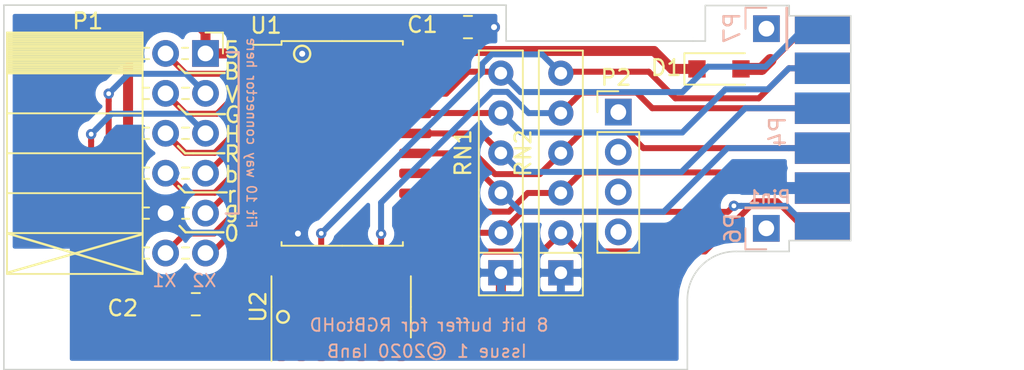
<source format=kicad_pcb>
(kicad_pcb (version 20171130) (host pcbnew "(5.1.4)-1")

  (general
    (thickness 1.6)
    (drawings 63)
    (tracks 255)
    (zones 0)
    (modules 13)
    (nets 32)
  )

  (page A4)
  (layers
    (0 F.Cu signal)
    (31 B.Cu signal)
    (34 B.Paste user hide)
    (35 F.Paste user hide)
    (36 B.SilkS user)
    (37 F.SilkS user)
    (38 B.Mask user hide)
    (39 F.Mask user hide)
    (40 Dwgs.User user hide)
    (41 Cmts.User user hide)
    (44 Edge.Cuts user)
    (45 Margin user hide)
    (46 B.CrtYd user hide)
    (47 F.CrtYd user hide)
    (48 B.Fab user hide)
    (49 F.Fab user hide)
  )

  (setup
    (last_trace_width 0.2032)
    (user_trace_width 0.2032)
    (user_trace_width 0.381)
    (user_trace_width 0.635)
    (user_trace_width 0.762)
    (user_trace_width 0.889)
    (user_trace_width 1.016)
    (user_trace_width 1.143)
    (user_trace_width 1.27)
    (trace_clearance 0.2032)
    (zone_clearance 0.508)
    (zone_45_only yes)
    (trace_min 0.2032)
    (via_size 0.6604)
    (via_drill 0.3048)
    (via_min_size 0.6604)
    (via_min_drill 0.3048)
    (uvia_size 0.6096)
    (uvia_drill 0.3048)
    (uvias_allowed no)
    (uvia_min_size 0)
    (uvia_min_drill 0)
    (edge_width 0.1)
    (segment_width 0.2)
    (pcb_text_width 0.2)
    (pcb_text_size 1.25 1.25)
    (mod_edge_width 0.15)
    (mod_text_size 1 1)
    (mod_text_width 0.15)
    (pad_size 3.5 1.75)
    (pad_drill 0)
    (pad_to_mask_clearance 0.15)
    (solder_mask_min_width 0.26)
    (aux_axis_origin 12.502 54.50096)
    (grid_origin 45.002 28.00096)
    (visible_elements 7FFFFFFF)
    (pcbplotparams
      (layerselection 0x010f0_ffffffff)
      (usegerberextensions true)
      (usegerberattributes false)
      (usegerberadvancedattributes false)
      (creategerberjobfile false)
      (excludeedgelayer true)
      (linewidth 0.100000)
      (plotframeref false)
      (viasonmask false)
      (mode 1)
      (useauxorigin false)
      (hpglpennumber 1)
      (hpglpenspeed 20)
      (hpglpendiameter 15.000000)
      (psnegative false)
      (psa4output false)
      (plotreference true)
      (plotvalue false)
      (plotinvisibletext false)
      (padsonsilk false)
      (subtractmaskfromsilk false)
      (outputformat 1)
      (mirror false)
      (drillshape 0)
      (scaleselection 1)
      (outputdirectory "manufacturing/"))
  )

  (net 0 "")
  (net 1 /GND)
  (net 2 /SYNC)
  (net 3 /BLUE)
  (net 4 /GREEN)
  (net 5 /RED)
  (net 6 /BRED)
  (net 7 /BGREEN)
  (net 8 /BBLUE)
  (net 9 /VSYNC)
  (net 10 "Net-(P6-Pad1)")
  (net 11 /VCC)
  (net 12 "Net-(P7-Pad1)")
  (net 13 /X2)
  (net 14 /X1)
  (net 15 "Net-(P2-Pad4)")
  (net 16 "Net-(P2-Pad3)")
  (net 17 "Net-(P2-Pad2)")
  (net 18 "Net-(P2-Pad1)")
  (net 19 /I_BRED)
  (net 20 /I_RED)
  (net 21 /I_GREEN)
  (net 22 /I_BLUE)
  (net 23 /I_VSYNC)
  (net 24 /I_SYNC)
  (net 25 /I_BBLUE)
  (net 26 /I_BGREEN)
  (net 27 /I_VCC)
  (net 28 /I_X1)
  (net 29 /I_X2)
  (net 30 "Net-(U2-Pad3)")
  (net 31 "Net-(U2-Pad6)")

  (net_class Default "This is the default net class."
    (clearance 0.2032)
    (trace_width 0.2032)
    (via_dia 0.6604)
    (via_drill 0.3048)
    (uvia_dia 0.6096)
    (uvia_drill 0.3048)
    (diff_pair_width 0.2032)
    (diff_pair_gap 0.25)
    (add_net /BBLUE)
    (add_net /BGREEN)
    (add_net /BLUE)
    (add_net /BRED)
    (add_net /GND)
    (add_net /GREEN)
    (add_net /I_BBLUE)
    (add_net /I_BGREEN)
    (add_net /I_BLUE)
    (add_net /I_BRED)
    (add_net /I_GREEN)
    (add_net /I_RED)
    (add_net /I_SYNC)
    (add_net /I_VCC)
    (add_net /I_VSYNC)
    (add_net /I_X1)
    (add_net /I_X2)
    (add_net /RED)
    (add_net /SYNC)
    (add_net /VCC)
    (add_net /VSYNC)
    (add_net /X1)
    (add_net /X2)
    (add_net "Net-(P2-Pad1)")
    (add_net "Net-(P2-Pad2)")
    (add_net "Net-(P2-Pad3)")
    (add_net "Net-(P2-Pad4)")
    (add_net "Net-(P6-Pad1)")
    (add_net "Net-(P7-Pad1)")
    (add_net "Net-(U2-Pad3)")
    (add_net "Net-(U2-Pad6)")
  )

  (net_class Power ""
    (clearance 0.2032)
    (trace_width 0.381)
    (via_dia 0.762)
    (via_drill 0.381)
    (uvia_dia 0.6096)
    (uvia_drill 0.3048)
    (diff_pair_width 0.2032)
    (diff_pair_gap 0.25)
  )

  (module Connector_Harwin:Harwin_M20-89006xx_1x06_P2.54mm_Horizontal_EVEN (layer F.Cu) (tedit 5E718D89) (tstamp 5E711C22)
    (at 85.12688 39.13124)
    (descr "Harwin Male Horizontal Surface Mount Single Row 2.54mm (0.1 inch) Pitch PCB Connector, M20-89006xx, 6 Pins per row (https://cdn.harwin.com/pdfs/M20-890.pdf), generated with kicad-footprint-generator")
    (tags "connector Harwin M20-890 horizontal")
    (path /5E712074)
    (attr smd)
    (fp_text reference P5 (at -8.52982 -2.20218) (layer F.SilkS) hide
      (effects (font (size 1 1) (thickness 0.15)))
    )
    (fp_text value Conn_01x06_EVEN (at -0.48 8.82) (layer F.Fab)
      (effects (font (size 1 1) (thickness 0.15)))
    )
    (fp_line (start -6.425 -6.67) (end -6.425 -6.03) (layer F.Fab) (width 0.1))
    (fp_line (start -6.425 -4.13) (end -6.425 -3.49) (layer F.Fab) (width 0.1))
    (fp_line (start -6.425 -1.59) (end -6.425 -0.95) (layer F.Fab) (width 0.1))
    (fp_line (start -6.425 0.95) (end -6.425 1.59) (layer F.Fab) (width 0.1))
    (fp_line (start -6.425 3.49) (end -6.425 4.13) (layer F.Fab) (width 0.1))
    (fp_line (start -6.425 6.03) (end -6.425 6.67) (layer F.Fab) (width 0.1))
    (fp_line (start -7.28 -8.12) (end 7.28 -8.12) (layer F.CrtYd) (width 0.05))
    (fp_line (start 7.28 -8.12) (end 7.28 8.12) (layer F.CrtYd) (width 0.05))
    (fp_line (start 7.28 8.12) (end -7.28 8.12) (layer F.CrtYd) (width 0.05))
    (fp_line (start -7.28 8.12) (end -7.28 -8.12) (layer F.CrtYd) (width 0.05))
    (pad 12 connect rect (at -5.525 -6.225) (size 3.5 1.75) (layers F.Cu F.Mask)
      (net 27 /I_VCC))
    (pad 10 connect rect (at -5.525 -3.81) (size 3.5 2) (layers F.Cu F.Mask)
      (net 23 /I_VSYNC))
    (pad 8 connect rect (at -5.525 -1.27) (size 3.5 2) (layers F.Cu F.Mask)
      (net 24 /I_SYNC))
    (pad 6 connect rect (at -5.525 1.27) (size 3.5 2) (layers F.Cu F.Mask)
      (net 25 /I_BBLUE))
    (pad 4 connect rect (at -5.525 3.81) (size 3.5 2) (layers F.Cu F.Mask)
      (net 26 /I_BGREEN))
    (pad 2 connect rect (at -5.525 6.225) (size 3.5 1.75) (layers F.Cu F.Mask)
      (net 29 /I_X2))
    (model ${KISYS3DMOD}/Connector_Harwin.3dshapes/Harwin_M20-89006xx_1x06_P2.54mm_Horizontal.wrl
      (at (xyz 0 0 0))
      (scale (xyz 1 1 1))
      (rotate (xyz 0 0 0))
    )
  )

  (module Connector_Harwin:Harwin_M20-89006xx_1x06_P2.54mm_Horizontal_ODD (layer B.Cu) (tedit 5E718D51) (tstamp 5E711C0E)
    (at 85.12688 39.13124)
    (descr "Harwin Male Horizontal Surface Mount Single Row 2.54mm (0.1 inch) Pitch PCB Connector, M20-89006xx, 6 Pins per row (https://cdn.harwin.com/pdfs/M20-890.pdf), generated with kicad-footprint-generator")
    (tags "connector Harwin M20-890 horizontal")
    (path /5E713851)
    (attr smd)
    (fp_text reference P4 (at -8.37234 0.23368 90) (layer B.SilkS)
      (effects (font (size 1 1) (thickness 0.15)) (justify mirror))
    )
    (fp_text value Conn_01x06_ODD (at -0.48 -8.82) (layer B.Fab)
      (effects (font (size 1 1) (thickness 0.15)) (justify mirror))
    )
    (fp_line (start -6.425 6.67) (end -6.425 6.03) (layer B.Fab) (width 0.1))
    (fp_line (start -6.425 4.13) (end -6.425 3.49) (layer B.Fab) (width 0.1))
    (fp_line (start -6.425 1.59) (end -6.425 0.95) (layer B.Fab) (width 0.1))
    (fp_line (start -6.425 -0.95) (end -6.425 -1.59) (layer B.Fab) (width 0.1))
    (fp_line (start -6.425 -3.49) (end -6.425 -4.13) (layer B.Fab) (width 0.1))
    (fp_line (start -6.425 -6.03) (end -6.425 -6.67) (layer B.Fab) (width 0.1))
    (fp_line (start -7.28 8.12) (end 7.28 8.12) (layer B.CrtYd) (width 0.05))
    (fp_line (start 7.28 8.12) (end 7.28 -8.12) (layer B.CrtYd) (width 0.05))
    (fp_line (start 7.28 -8.12) (end -7.28 -8.12) (layer B.CrtYd) (width 0.05))
    (fp_line (start -7.28 -8.12) (end -7.28 8.12) (layer B.CrtYd) (width 0.05))
    (pad 1 connect rect (at -5.525 6.225) (size 3.5 1.75) (layers B.Cu B.Mask)
      (net 28 /I_X1))
    (pad 3 connect rect (at -5.525 3.81) (size 3.5 2) (layers B.Cu B.Mask)
      (net 1 /GND))
    (pad 5 connect rect (at -5.525 1.27) (size 3.5 2) (layers B.Cu B.Mask)
      (net 19 /I_BRED))
    (pad 7 connect rect (at -5.525 -1.27) (size 3.5 2) (layers B.Cu B.Mask)
      (net 20 /I_RED))
    (pad 9 connect rect (at -5.525 -3.81) (size 3.5 2) (layers B.Cu B.Mask)
      (net 21 /I_GREEN))
    (pad 11 connect rect (at -5.525 -6.225) (size 3.5 1.75) (layers B.Cu B.Mask)
      (net 22 /I_BLUE))
    (model ${KISYS3DMOD}/Connector_Harwin.3dshapes/Harwin_M20-89006xx_1x06_P2.54mm_Horizontal.wrl
      (at (xyz 0 0 0))
      (scale (xyz 1 1 1))
      (rotate (xyz 0 0 0))
    )
  )

  (module Resistor_THT:R_Array_SIP6 (layer F.Cu) (tedit 5A14249F) (tstamp 5E717FF1)
    (at 62.96234 48.33366 90)
    (descr "6-pin Resistor SIP pack")
    (tags R)
    (path /5E72603D)
    (fp_text reference RN2 (at 7.62 -2.4 90) (layer F.SilkS)
      (effects (font (size 1 1) (thickness 0.15)))
    )
    (fp_text value 4.7K (at 7.62 2.4 90) (layer F.Fab)
      (effects (font (size 1 1) (thickness 0.15)))
    )
    (fp_text user %R (at 6.35 0 90) (layer F.Fab)
      (effects (font (size 1 1) (thickness 0.15)))
    )
    (fp_line (start -1.29 -1.25) (end -1.29 1.25) (layer F.Fab) (width 0.1))
    (fp_line (start -1.29 1.25) (end 13.99 1.25) (layer F.Fab) (width 0.1))
    (fp_line (start 13.99 1.25) (end 13.99 -1.25) (layer F.Fab) (width 0.1))
    (fp_line (start 13.99 -1.25) (end -1.29 -1.25) (layer F.Fab) (width 0.1))
    (fp_line (start 1.27 -1.25) (end 1.27 1.25) (layer F.Fab) (width 0.1))
    (fp_line (start -1.44 -1.4) (end -1.44 1.4) (layer F.SilkS) (width 0.12))
    (fp_line (start -1.44 1.4) (end 14.14 1.4) (layer F.SilkS) (width 0.12))
    (fp_line (start 14.14 1.4) (end 14.14 -1.4) (layer F.SilkS) (width 0.12))
    (fp_line (start 14.14 -1.4) (end -1.44 -1.4) (layer F.SilkS) (width 0.12))
    (fp_line (start 1.27 -1.4) (end 1.27 1.4) (layer F.SilkS) (width 0.12))
    (fp_line (start -1.7 -1.65) (end -1.7 1.65) (layer F.CrtYd) (width 0.05))
    (fp_line (start -1.7 1.65) (end 14.4 1.65) (layer F.CrtYd) (width 0.05))
    (fp_line (start 14.4 1.65) (end 14.4 -1.65) (layer F.CrtYd) (width 0.05))
    (fp_line (start 14.4 -1.65) (end -1.7 -1.65) (layer F.CrtYd) (width 0.05))
    (pad 1 thru_hole rect (at 0 0 90) (size 1.6 1.6) (drill 0.8) (layers *.Cu *.Mask)
      (net 1 /GND))
    (pad 2 thru_hole oval (at 2.54 0 90) (size 1.6 1.6) (drill 0.8) (layers *.Cu *.Mask)
      (net 29 /I_X2))
    (pad 3 thru_hole oval (at 5.08 0 90) (size 1.6 1.6) (drill 0.8) (layers *.Cu *.Mask)
      (net 26 /I_BGREEN))
    (pad 4 thru_hole oval (at 7.62 0 90) (size 1.6 1.6) (drill 0.8) (layers *.Cu *.Mask)
      (net 25 /I_BBLUE))
    (pad 5 thru_hole oval (at 10.16 0 90) (size 1.6 1.6) (drill 0.8) (layers *.Cu *.Mask)
      (net 24 /I_SYNC))
    (pad 6 thru_hole oval (at 12.7 0 90) (size 1.6 1.6) (drill 0.8) (layers *.Cu *.Mask)
      (net 23 /I_VSYNC))
    (model ${KISYS3DMOD}/Resistor_THT.3dshapes/R_Array_SIP6.wrl
      (at (xyz 0 0 0))
      (scale (xyz 1 1 1))
      (rotate (xyz 0 0 0))
    )
  )

  (module Connector_PinHeader_2.54mm:PinHeader_1x04_P2.54mm_Vertical locked (layer F.Cu) (tedit 59FED5CC) (tstamp 5DCC4DD0)
    (at 66.6174 38.11016)
    (descr "Through hole straight pin header, 1x04, 2.54mm pitch, single row")
    (tags "Through hole pin header THT 1x04 2.54mm single row")
    (path /5DCFA861)
    (fp_text reference P2 (at -0.14478 -2.1971) (layer F.SilkS)
      (effects (font (size 1 1) (thickness 0.15)))
    )
    (fp_text value Conn_01x04 (at 0 9.95) (layer F.Fab)
      (effects (font (size 1 1) (thickness 0.15)))
    )
    (fp_text user %R (at 0 3.81 90) (layer F.Fab)
      (effects (font (size 1 1) (thickness 0.15)))
    )
    (fp_line (start 1.8 -1.8) (end -1.8 -1.8) (layer F.CrtYd) (width 0.05))
    (fp_line (start 1.8 9.4) (end 1.8 -1.8) (layer F.CrtYd) (width 0.05))
    (fp_line (start -1.8 9.4) (end 1.8 9.4) (layer F.CrtYd) (width 0.05))
    (fp_line (start -1.8 -1.8) (end -1.8 9.4) (layer F.CrtYd) (width 0.05))
    (fp_line (start -1.33 -1.33) (end 0 -1.33) (layer F.SilkS) (width 0.12))
    (fp_line (start -1.33 0) (end -1.33 -1.33) (layer F.SilkS) (width 0.12))
    (fp_line (start -1.33 1.27) (end 1.33 1.27) (layer F.SilkS) (width 0.12))
    (fp_line (start 1.33 1.27) (end 1.33 8.95) (layer F.SilkS) (width 0.12))
    (fp_line (start -1.33 1.27) (end -1.33 8.95) (layer F.SilkS) (width 0.12))
    (fp_line (start -1.33 8.95) (end 1.33 8.95) (layer F.SilkS) (width 0.12))
    (fp_line (start -1.27 -0.635) (end -0.635 -1.27) (layer F.Fab) (width 0.1))
    (fp_line (start -1.27 8.89) (end -1.27 -0.635) (layer F.Fab) (width 0.1))
    (fp_line (start 1.27 8.89) (end -1.27 8.89) (layer F.Fab) (width 0.1))
    (fp_line (start 1.27 -1.27) (end 1.27 8.89) (layer F.Fab) (width 0.1))
    (fp_line (start -0.635 -1.27) (end 1.27 -1.27) (layer F.Fab) (width 0.1))
    (pad 4 thru_hole oval (at 0 7.62) (size 1.7 1.7) (drill 1) (layers *.Cu *.Mask)
      (net 15 "Net-(P2-Pad4)"))
    (pad 3 thru_hole oval (at 0 5.08) (size 1.7 1.7) (drill 1) (layers *.Cu *.Mask)
      (net 16 "Net-(P2-Pad3)"))
    (pad 2 thru_hole oval (at 0 2.54) (size 1.7 1.7) (drill 1) (layers *.Cu *.Mask)
      (net 17 "Net-(P2-Pad2)"))
    (pad 1 thru_hole rect (at 0 0) (size 1.7 1.7) (drill 1) (layers *.Cu *.Mask)
      (net 18 "Net-(P2-Pad1)"))
    (model ${KISYS3DMOD}/Connector_PinHeader_2.54mm.3dshapes/PinHeader_1x04_P2.54mm_Vertical.wrl
      (at (xyz 0 0 0))
      (scale (xyz 1 1 1))
      (rotate (xyz 0 0 0))
    )
  )

  (module Connector_PinHeader_2.54mm:PinHeader_1x01_P2.54mm_Vertical (layer B.Cu) (tedit 59FED5CC) (tstamp 5DCB85A9)
    (at 76.03318 45.5041)
    (descr "Through hole straight pin header, 1x01, 2.54mm pitch, single row")
    (tags "Through hole pin header THT 1x01 2.54mm single row")
    (path /5DD07D72)
    (fp_text reference P6 (at -2.1336 0 90) (layer B.SilkS)
      (effects (font (size 1 1) (thickness 0.15)) (justify mirror))
    )
    (fp_text value Conn_01x01 (at 0 -2.33) (layer B.Fab)
      (effects (font (size 1 1) (thickness 0.15)) (justify mirror))
    )
    (fp_line (start -0.635 1.27) (end 1.27 1.27) (layer B.Fab) (width 0.1))
    (fp_line (start 1.27 1.27) (end 1.27 -1.27) (layer B.Fab) (width 0.1))
    (fp_line (start 1.27 -1.27) (end -1.27 -1.27) (layer B.Fab) (width 0.1))
    (fp_line (start -1.27 -1.27) (end -1.27 0.635) (layer B.Fab) (width 0.1))
    (fp_line (start -1.27 0.635) (end -0.635 1.27) (layer B.Fab) (width 0.1))
    (fp_line (start -1.33 -1.33) (end 1.33 -1.33) (layer B.SilkS) (width 0.12))
    (fp_line (start -1.33 -1.27) (end -1.33 -1.33) (layer B.SilkS) (width 0.12))
    (fp_line (start 1.33 -1.27) (end 1.33 -1.33) (layer B.SilkS) (width 0.12))
    (fp_line (start -1.33 -1.27) (end 1.33 -1.27) (layer B.SilkS) (width 0.12))
    (fp_line (start -1.33 0) (end -1.33 1.33) (layer B.SilkS) (width 0.12))
    (fp_line (start -1.33 1.33) (end 0 1.33) (layer B.SilkS) (width 0.12))
    (fp_line (start -1.8 1.8) (end -1.8 -1.8) (layer B.CrtYd) (width 0.05))
    (fp_line (start -1.8 -1.8) (end 1.8 -1.8) (layer B.CrtYd) (width 0.05))
    (fp_line (start 1.8 -1.8) (end 1.8 1.8) (layer B.CrtYd) (width 0.05))
    (fp_line (start 1.8 1.8) (end -1.8 1.8) (layer B.CrtYd) (width 0.05))
    (fp_text user %R (at 0 0 270) (layer B.Fab)
      (effects (font (size 1 1) (thickness 0.15)) (justify mirror))
    )
    (pad 1 thru_hole rect (at 0 0) (size 1.7 1.7) (drill 1) (layers *.Cu *.Mask)
      (net 10 "Net-(P6-Pad1)"))
    (model ${KISYS3DMOD}/Connector_PinHeader_2.54mm.3dshapes/PinHeader_1x01_P2.54mm_Vertical.wrl
      (at (xyz 0 0 0))
      (scale (xyz 1 1 1))
      (rotate (xyz 0 0 0))
    )
  )

  (module Connector_PinSocket_2.54mm:PinSocket_2x06_P2.54mm_Horizontal locked (layer F.Cu) (tedit 5A19A42C) (tstamp 5E4F1D96)
    (at 40.3538 34.37636)
    (descr "Through hole angled socket strip, 2x06, 2.54mm pitch, 8.51mm socket length, double cols (from Kicad 4.0.7), script generated")
    (tags "Through hole angled socket strip THT 2x06 2.54mm double row")
    (path /5E50C60D)
    (zone_connect 2)
    (fp_text reference P1 (at -7.493 -2.0574) (layer F.SilkS)
      (effects (font (size 1 1) (thickness 0.15)))
    )
    (fp_text value Conn_02x06_Odd_Even (at -5.65 15.47) (layer F.Fab)
      (effects (font (size 1 1) (thickness 0.15)))
    )
    (fp_line (start -12.57 -1.27) (end -5.03 -1.27) (layer F.Fab) (width 0.1))
    (fp_line (start -5.03 -1.27) (end -4.06 -0.3) (layer F.Fab) (width 0.1))
    (fp_line (start -4.06 -0.3) (end -4.06 13.97) (layer F.Fab) (width 0.1))
    (fp_line (start -4.06 13.97) (end -12.57 13.97) (layer F.Fab) (width 0.1))
    (fp_line (start -12.57 13.97) (end -12.57 -1.27) (layer F.Fab) (width 0.1))
    (fp_line (start 0 -0.3) (end -4.06 -0.3) (layer F.Fab) (width 0.1))
    (fp_line (start -4.06 0.3) (end 0 0.3) (layer F.Fab) (width 0.1))
    (fp_line (start 0 0.3) (end 0 -0.3) (layer F.Fab) (width 0.1))
    (fp_line (start 0 2.24) (end -4.06 2.24) (layer F.Fab) (width 0.1))
    (fp_line (start -4.06 2.84) (end 0 2.84) (layer F.Fab) (width 0.1))
    (fp_line (start 0 2.84) (end 0 2.24) (layer F.Fab) (width 0.1))
    (fp_line (start 0 4.78) (end -4.06 4.78) (layer F.Fab) (width 0.1))
    (fp_line (start -4.06 5.38) (end 0 5.38) (layer F.Fab) (width 0.1))
    (fp_line (start 0 5.38) (end 0 4.78) (layer F.Fab) (width 0.1))
    (fp_line (start 0 7.32) (end -4.06 7.32) (layer F.Fab) (width 0.1))
    (fp_line (start -4.06 7.92) (end 0 7.92) (layer F.Fab) (width 0.1))
    (fp_line (start 0 7.92) (end 0 7.32) (layer F.Fab) (width 0.1))
    (fp_line (start 0 9.86) (end -4.06 9.86) (layer F.Fab) (width 0.1))
    (fp_line (start -4.06 10.46) (end 0 10.46) (layer F.Fab) (width 0.1))
    (fp_line (start 0 10.46) (end 0 9.86) (layer F.Fab) (width 0.1))
    (fp_line (start 0 12.4) (end -4.06 12.4) (layer F.Fab) (width 0.1))
    (fp_line (start -4.06 13) (end 0 13) (layer F.Fab) (width 0.1))
    (fp_line (start 0 13) (end 0 12.4) (layer F.Fab) (width 0.1))
    (fp_line (start -12.63 -1.21) (end -4 -1.21) (layer F.SilkS) (width 0.12))
    (fp_line (start -12.63 -1.091905) (end -4 -1.091905) (layer F.SilkS) (width 0.12))
    (fp_line (start -12.63 -0.97381) (end -4 -0.97381) (layer F.SilkS) (width 0.12))
    (fp_line (start -12.63 -0.855715) (end -4 -0.855715) (layer F.SilkS) (width 0.12))
    (fp_line (start -12.63 -0.73762) (end -4 -0.73762) (layer F.SilkS) (width 0.12))
    (fp_line (start -12.63 -0.619525) (end -4 -0.619525) (layer F.SilkS) (width 0.12))
    (fp_line (start -12.63 -0.50143) (end -4 -0.50143) (layer F.SilkS) (width 0.12))
    (fp_line (start -12.63 -0.383335) (end -4 -0.383335) (layer F.SilkS) (width 0.12))
    (fp_line (start -12.63 -0.26524) (end -4 -0.26524) (layer F.SilkS) (width 0.12))
    (fp_line (start -12.63 -0.147145) (end -4 -0.147145) (layer F.SilkS) (width 0.12))
    (fp_line (start -12.63 -0.02905) (end -4 -0.02905) (layer F.SilkS) (width 0.12))
    (fp_line (start -12.63 0.089045) (end -4 0.089045) (layer F.SilkS) (width 0.12))
    (fp_line (start -12.63 0.20714) (end -4 0.20714) (layer F.SilkS) (width 0.12))
    (fp_line (start -12.63 0.325235) (end -4 0.325235) (layer F.SilkS) (width 0.12))
    (fp_line (start -12.63 0.44333) (end -4 0.44333) (layer F.SilkS) (width 0.12))
    (fp_line (start -12.63 0.561425) (end -4 0.561425) (layer F.SilkS) (width 0.12))
    (fp_line (start -12.63 0.67952) (end -4 0.67952) (layer F.SilkS) (width 0.12))
    (fp_line (start -12.63 0.797615) (end -4 0.797615) (layer F.SilkS) (width 0.12))
    (fp_line (start -12.63 0.91571) (end -4 0.91571) (layer F.SilkS) (width 0.12))
    (fp_line (start -12.63 1.033805) (end -4 1.033805) (layer F.SilkS) (width 0.12))
    (fp_line (start -12.63 1.1519) (end -4 1.1519) (layer F.SilkS) (width 0.12))
    (fp_line (start -4 -0.36) (end -3.59 -0.36) (layer F.SilkS) (width 0.12))
    (fp_line (start -1.49 -0.36) (end -1.11 -0.36) (layer F.SilkS) (width 0.12))
    (fp_line (start -4 0.36) (end -3.59 0.36) (layer F.SilkS) (width 0.12))
    (fp_line (start -1.49 0.36) (end -1.11 0.36) (layer F.SilkS) (width 0.12))
    (fp_line (start -4 2.18) (end -3.59 2.18) (layer F.SilkS) (width 0.12))
    (fp_line (start -1.49 2.18) (end -1.05 2.18) (layer F.SilkS) (width 0.12))
    (fp_line (start -4 2.9) (end -3.59 2.9) (layer F.SilkS) (width 0.12))
    (fp_line (start -1.49 2.9) (end -1.05 2.9) (layer F.SilkS) (width 0.12))
    (fp_line (start -4 4.72) (end -3.59 4.72) (layer F.SilkS) (width 0.12))
    (fp_line (start -1.49 4.72) (end -1.05 4.72) (layer F.SilkS) (width 0.12))
    (fp_line (start -4 5.44) (end -3.59 5.44) (layer F.SilkS) (width 0.12))
    (fp_line (start -1.49 5.44) (end -1.05 5.44) (layer F.SilkS) (width 0.12))
    (fp_line (start -4 7.26) (end -3.59 7.26) (layer F.SilkS) (width 0.12))
    (fp_line (start -1.49 7.26) (end -1.05 7.26) (layer F.SilkS) (width 0.12))
    (fp_line (start -4 7.98) (end -3.59 7.98) (layer F.SilkS) (width 0.12))
    (fp_line (start -1.49 7.98) (end -1.05 7.98) (layer F.SilkS) (width 0.12))
    (fp_line (start -4 9.8) (end -3.59 9.8) (layer F.SilkS) (width 0.12))
    (fp_line (start -1.49 9.8) (end -1.05 9.8) (layer F.SilkS) (width 0.12))
    (fp_line (start -4 10.52) (end -3.59 10.52) (layer F.SilkS) (width 0.12))
    (fp_line (start -1.49 10.52) (end -1.05 10.52) (layer F.SilkS) (width 0.12))
    (fp_line (start -4 12.34) (end -3.59 12.34) (layer F.SilkS) (width 0.12))
    (fp_line (start -1.49 12.34) (end -1.05 12.34) (layer F.SilkS) (width 0.12))
    (fp_line (start -4 13.06) (end -3.59 13.06) (layer F.SilkS) (width 0.12))
    (fp_line (start -1.49 13.06) (end -1.05 13.06) (layer F.SilkS) (width 0.12))
    (fp_line (start -12.63 1.27) (end -4 1.27) (layer F.SilkS) (width 0.12))
    (fp_line (start -12.63 3.81) (end -4 3.81) (layer F.SilkS) (width 0.12))
    (fp_line (start -12.63 6.35) (end -4 6.35) (layer F.SilkS) (width 0.12))
    (fp_line (start -12.63 8.89) (end -4 8.89) (layer F.SilkS) (width 0.12))
    (fp_line (start -12.63 11.43) (end -4 11.43) (layer F.SilkS) (width 0.12))
    (fp_line (start -12.63 -1.33) (end -4 -1.33) (layer F.SilkS) (width 0.12))
    (fp_line (start -4 -1.33) (end -4 14.03) (layer F.SilkS) (width 0.12))
    (fp_line (start -12.63 14.03) (end -4 14.03) (layer F.SilkS) (width 0.12))
    (fp_line (start -12.63 -1.33) (end -12.63 14.03) (layer F.SilkS) (width 0.12))
    (fp_line (start 1.11 -1.33) (end 1.11 0) (layer F.SilkS) (width 0.12))
    (fp_line (start 0 -1.33) (end 1.11 -1.33) (layer F.SilkS) (width 0.12))
    (fp_line (start 1.8 -1.8) (end -13.05 -1.8) (layer F.CrtYd) (width 0.05))
    (fp_line (start -13.05 -1.8) (end -13.05 14.45) (layer F.CrtYd) (width 0.05))
    (fp_line (start -13.05 14.45) (end 1.8 14.45) (layer F.CrtYd) (width 0.05))
    (fp_line (start 1.8 14.45) (end 1.8 -1.8) (layer F.CrtYd) (width 0.05))
    (fp_text user %R (at -8.315 6.35 90) (layer F.Fab)
      (effects (font (size 1 1) (thickness 0.15)))
    )
    (pad 1 thru_hole rect (at 0 0) (size 1.7 1.7) (drill 1) (layers *.Cu *.Mask)
      (net 11 /VCC) (zone_connect 2))
    (pad 2 thru_hole oval (at -2.54 0) (size 1.7 1.7) (drill 1) (layers *.Cu *.Mask)
      (net 3 /BLUE) (zone_connect 2))
    (pad 3 thru_hole oval (at 0 2.54) (size 1.7 1.7) (drill 1) (layers *.Cu *.Mask)
      (net 9 /VSYNC) (zone_connect 2))
    (pad 4 thru_hole oval (at -2.54 2.54) (size 1.7 1.7) (drill 1) (layers *.Cu *.Mask)
      (net 4 /GREEN) (zone_connect 2))
    (pad 5 thru_hole oval (at 0 5.08) (size 1.7 1.7) (drill 1) (layers *.Cu *.Mask)
      (net 2 /SYNC) (zone_connect 2))
    (pad 6 thru_hole oval (at -2.54 5.08) (size 1.7 1.7) (drill 1) (layers *.Cu *.Mask)
      (net 5 /RED) (zone_connect 2))
    (pad 7 thru_hole oval (at 0 7.62) (size 1.7 1.7) (drill 1) (layers *.Cu *.Mask)
      (net 8 /BBLUE) (zone_connect 2))
    (pad 8 thru_hole oval (at -2.54 7.62) (size 1.7 1.7) (drill 1) (layers *.Cu *.Mask)
      (net 6 /BRED) (zone_connect 2))
    (pad 9 thru_hole oval (at 0 10.16) (size 1.7 1.7) (drill 1) (layers *.Cu *.Mask)
      (net 7 /BGREEN) (zone_connect 2))
    (pad 10 thru_hole oval (at -2.54 10.16) (size 1.7 1.7) (drill 1) (layers *.Cu *.Mask)
      (net 1 /GND) (zone_connect 2))
    (pad 11 thru_hole oval (at 0 12.7) (size 1.7 1.7) (drill 1) (layers *.Cu *.Mask)
      (net 13 /X2) (zone_connect 2))
    (pad 12 thru_hole oval (at -2.54 12.7) (size 1.7 1.7) (drill 1) (layers *.Cu *.Mask)
      (net 14 /X1) (zone_connect 2))
    (model ${KISYS3DMOD}/Connector_PinSocket_2.54mm.3dshapes/PinSocket_2x06_P2.54mm_Horizontal.wrl
      (at (xyz 0 0 0))
      (scale (xyz 1 1 1))
      (rotate (xyz 0 0 0))
    )
  )

  (module Connector_PinHeader_2.54mm:PinHeader_1x01_P2.54mm_Vertical (layer B.Cu) (tedit 59FED5CC) (tstamp 5E575828)
    (at 76.0408 32.80156 270)
    (descr "Through hole straight pin header, 1x01, 2.54mm pitch, single row")
    (tags "Through hole pin header THT 1x01 2.54mm single row")
    (path /5E6322BC)
    (fp_text reference P7 (at -0.0508 2.1844 270) (layer B.SilkS)
      (effects (font (size 1 1) (thickness 0.15)) (justify mirror))
    )
    (fp_text value Conn_01x01 (at 0 -2.33 90) (layer B.Fab)
      (effects (font (size 1 1) (thickness 0.15)) (justify mirror))
    )
    (fp_line (start -0.635 1.27) (end 1.27 1.27) (layer B.Fab) (width 0.1))
    (fp_line (start 1.27 1.27) (end 1.27 -1.27) (layer B.Fab) (width 0.1))
    (fp_line (start 1.27 -1.27) (end -1.27 -1.27) (layer B.Fab) (width 0.1))
    (fp_line (start -1.27 -1.27) (end -1.27 0.635) (layer B.Fab) (width 0.1))
    (fp_line (start -1.27 0.635) (end -0.635 1.27) (layer B.Fab) (width 0.1))
    (fp_line (start -1.33 -1.33) (end 1.33 -1.33) (layer B.SilkS) (width 0.12))
    (fp_line (start -1.33 -1.27) (end -1.33 -1.33) (layer B.SilkS) (width 0.12))
    (fp_line (start 1.33 -1.27) (end 1.33 -1.33) (layer B.SilkS) (width 0.12))
    (fp_line (start -1.33 -1.27) (end 1.33 -1.27) (layer B.SilkS) (width 0.12))
    (fp_line (start -1.33 0) (end -1.33 1.33) (layer B.SilkS) (width 0.12))
    (fp_line (start -1.33 1.33) (end 0 1.33) (layer B.SilkS) (width 0.12))
    (fp_line (start -1.8 1.8) (end -1.8 -1.8) (layer B.CrtYd) (width 0.05))
    (fp_line (start -1.8 -1.8) (end 1.8 -1.8) (layer B.CrtYd) (width 0.05))
    (fp_line (start 1.8 -1.8) (end 1.8 1.8) (layer B.CrtYd) (width 0.05))
    (fp_line (start 1.8 1.8) (end -1.8 1.8) (layer B.CrtYd) (width 0.05))
    (fp_text user %R (at 0 0 180) (layer B.Fab)
      (effects (font (size 1 1) (thickness 0.15)) (justify mirror))
    )
    (pad 1 thru_hole rect (at 0 0 270) (size 1.7 1.7) (drill 1) (layers *.Cu *.Mask)
      (net 12 "Net-(P7-Pad1)"))
    (model ${KISYS3DMOD}/Connector_PinHeader_2.54mm.3dshapes/PinHeader_1x01_P2.54mm_Vertical.wrl
      (at (xyz 0 0 0))
      (scale (xyz 1 1 1))
      (rotate (xyz 0 0 0))
    )
  )

  (module Package_SO:SOIC-20W_7.5x12.8mm_P1.27mm (layer F.Cu) (tedit 5C97300E) (tstamp 5E6AF2DD)
    (at 49.052 40.10096)
    (descr "SOIC, 20 Pin (JEDEC MS-013AC, https://www.analog.com/media/en/package-pcb-resources/package/233848rw_20.pdf), generated with kicad-footprint-generator ipc_gullwing_generator.py")
    (tags "SOIC SO")
    (path /5E6CBF98)
    (attr smd)
    (fp_text reference U1 (at -4.85 -7.5) (layer F.SilkS)
      (effects (font (size 1 1) (thickness 0.15)))
    )
    (fp_text value 74LS245 (at 0 7.35) (layer F.Fab)
      (effects (font (size 1 1) (thickness 0.15)))
    )
    (fp_line (start 0 6.51) (end 3.86 6.51) (layer F.SilkS) (width 0.12))
    (fp_line (start 3.86 6.51) (end 3.86 6.275) (layer F.SilkS) (width 0.12))
    (fp_line (start 0 6.51) (end -3.86 6.51) (layer F.SilkS) (width 0.12))
    (fp_line (start -3.86 6.51) (end -3.86 6.275) (layer F.SilkS) (width 0.12))
    (fp_line (start 0 -6.51) (end 3.86 -6.51) (layer F.SilkS) (width 0.12))
    (fp_line (start 3.86 -6.51) (end 3.86 -6.275) (layer F.SilkS) (width 0.12))
    (fp_line (start 0 -6.51) (end -3.86 -6.51) (layer F.SilkS) (width 0.12))
    (fp_line (start -3.86 -6.51) (end -3.86 -6.275) (layer F.SilkS) (width 0.12))
    (fp_line (start -3.86 -6.275) (end -5.675 -6.275) (layer F.SilkS) (width 0.12))
    (fp_line (start -2.75 -6.4) (end 3.75 -6.4) (layer F.Fab) (width 0.1))
    (fp_line (start 3.75 -6.4) (end 3.75 6.4) (layer F.Fab) (width 0.1))
    (fp_line (start 3.75 6.4) (end -3.75 6.4) (layer F.Fab) (width 0.1))
    (fp_line (start -3.75 6.4) (end -3.75 -5.4) (layer F.Fab) (width 0.1))
    (fp_line (start -3.75 -5.4) (end -2.75 -6.4) (layer F.Fab) (width 0.1))
    (fp_line (start -5.93 -6.65) (end -5.93 6.65) (layer F.CrtYd) (width 0.05))
    (fp_line (start -5.93 6.65) (end 5.93 6.65) (layer F.CrtYd) (width 0.05))
    (fp_line (start 5.93 6.65) (end 5.93 -6.65) (layer F.CrtYd) (width 0.05))
    (fp_line (start 5.93 -6.65) (end -5.93 -6.65) (layer F.CrtYd) (width 0.05))
    (fp_text user %R (at 0 0) (layer F.Fab)
      (effects (font (size 1 1) (thickness 0.15)))
    )
    (pad 1 smd roundrect (at -4.65 -5.715) (size 2.05 0.6) (layers F.Cu F.Paste F.Mask) (roundrect_rratio 0.25)
      (net 1 /GND))
    (pad 2 smd roundrect (at -4.65 -4.445) (size 2.05 0.6) (layers F.Cu F.Paste F.Mask) (roundrect_rratio 0.25)
      (net 3 /BLUE))
    (pad 3 smd roundrect (at -4.65 -3.175) (size 2.05 0.6) (layers F.Cu F.Paste F.Mask) (roundrect_rratio 0.25)
      (net 4 /GREEN))
    (pad 4 smd roundrect (at -4.65 -1.905) (size 2.05 0.6) (layers F.Cu F.Paste F.Mask) (roundrect_rratio 0.25)
      (net 5 /RED))
    (pad 5 smd roundrect (at -4.65 -0.635) (size 2.05 0.6) (layers F.Cu F.Paste F.Mask) (roundrect_rratio 0.25)
      (net 8 /BBLUE))
    (pad 6 smd roundrect (at -4.65 0.635) (size 2.05 0.6) (layers F.Cu F.Paste F.Mask) (roundrect_rratio 0.25)
      (net 6 /BRED))
    (pad 7 smd roundrect (at -4.65 1.905) (size 2.05 0.6) (layers F.Cu F.Paste F.Mask) (roundrect_rratio 0.25)
      (net 7 /BGREEN))
    (pad 8 smd roundrect (at -4.65 3.175) (size 2.05 0.6) (layers F.Cu F.Paste F.Mask) (roundrect_rratio 0.25)
      (net 14 /X1))
    (pad 9 smd roundrect (at -4.65 4.445) (size 2.05 0.6) (layers F.Cu F.Paste F.Mask) (roundrect_rratio 0.25)
      (net 13 /X2))
    (pad 10 smd roundrect (at -4.65 5.715) (size 2.05 0.6) (layers F.Cu F.Paste F.Mask) (roundrect_rratio 0.25)
      (net 1 /GND))
    (pad 11 smd roundrect (at 4.65 5.715) (size 2.05 0.6) (layers F.Cu F.Paste F.Mask) (roundrect_rratio 0.25)
      (net 29 /I_X2))
    (pad 12 smd roundrect (at 4.65 4.445) (size 2.05 0.6) (layers F.Cu F.Paste F.Mask) (roundrect_rratio 0.25)
      (net 28 /I_X1))
    (pad 13 smd roundrect (at 4.65 3.175) (size 2.05 0.6) (layers F.Cu F.Paste F.Mask) (roundrect_rratio 0.25)
      (net 26 /I_BGREEN))
    (pad 14 smd roundrect (at 4.65 1.905) (size 2.05 0.6) (layers F.Cu F.Paste F.Mask) (roundrect_rratio 0.25)
      (net 19 /I_BRED))
    (pad 15 smd roundrect (at 4.65 0.635) (size 2.05 0.6) (layers F.Cu F.Paste F.Mask) (roundrect_rratio 0.25)
      (net 25 /I_BBLUE))
    (pad 16 smd roundrect (at 4.65 -0.635) (size 2.05 0.6) (layers F.Cu F.Paste F.Mask) (roundrect_rratio 0.25)
      (net 20 /I_RED))
    (pad 17 smd roundrect (at 4.65 -1.905) (size 2.05 0.6) (layers F.Cu F.Paste F.Mask) (roundrect_rratio 0.25)
      (net 21 /I_GREEN))
    (pad 18 smd roundrect (at 4.65 -3.175) (size 2.05 0.6) (layers F.Cu F.Paste F.Mask) (roundrect_rratio 0.25)
      (net 22 /I_BLUE))
    (pad 19 smd roundrect (at 4.65 -4.445) (size 2.05 0.6) (layers F.Cu F.Paste F.Mask) (roundrect_rratio 0.25)
      (net 1 /GND))
    (pad 20 smd roundrect (at 4.65 -5.715) (size 2.05 0.6) (layers F.Cu F.Paste F.Mask) (roundrect_rratio 0.25)
      (net 11 /VCC))
    (model ${KISYS3DMOD}/Package_SO.3dshapes/SOIC-20W_7.5x12.8mm_P1.27mm.wrl
      (at (xyz 0 0 0))
      (scale (xyz 1 1 1))
      (rotate (xyz 0 0 0))
    )
  )

  (module Capacitor_SMD:C_0805_2012Metric_Pad1.15x1.40mm_HandSolder (layer F.Cu) (tedit 5B36C52B) (tstamp 5E6B89E7)
    (at 57.052 32.70096 180)
    (descr "Capacitor SMD 0805 (2012 Metric), square (rectangular) end terminal, IPC_7351 nominal with elongated pad for handsoldering. (Body size source: https://docs.google.com/spreadsheets/d/1BsfQQcO9C6DZCsRaXUlFlo91Tg2WpOkGARC1WS5S8t0/edit?usp=sharing), generated with kicad-footprint-generator")
    (tags "capacitor handsolder")
    (path /5E6D4BDE)
    (attr smd)
    (fp_text reference C1 (at 2.9 0.15) (layer F.SilkS)
      (effects (font (size 1 1) (thickness 0.15)))
    )
    (fp_text value 100n (at 0 1.65) (layer F.Fab)
      (effects (font (size 1 1) (thickness 0.15)))
    )
    (fp_line (start -1 0.6) (end -1 -0.6) (layer F.Fab) (width 0.1))
    (fp_line (start -1 -0.6) (end 1 -0.6) (layer F.Fab) (width 0.1))
    (fp_line (start 1 -0.6) (end 1 0.6) (layer F.Fab) (width 0.1))
    (fp_line (start 1 0.6) (end -1 0.6) (layer F.Fab) (width 0.1))
    (fp_line (start -0.261252 -0.71) (end 0.261252 -0.71) (layer F.SilkS) (width 0.12))
    (fp_line (start -0.261252 0.71) (end 0.261252 0.71) (layer F.SilkS) (width 0.12))
    (fp_line (start -1.85 0.95) (end -1.85 -0.95) (layer F.CrtYd) (width 0.05))
    (fp_line (start -1.85 -0.95) (end 1.85 -0.95) (layer F.CrtYd) (width 0.05))
    (fp_line (start 1.85 -0.95) (end 1.85 0.95) (layer F.CrtYd) (width 0.05))
    (fp_line (start 1.85 0.95) (end -1.85 0.95) (layer F.CrtYd) (width 0.05))
    (fp_text user %R (at 0 0) (layer F.Fab)
      (effects (font (size 0.5 0.5) (thickness 0.08)))
    )
    (pad 1 smd roundrect (at -1.025 0 180) (size 1.15 1.4) (layers F.Cu F.Paste F.Mask) (roundrect_rratio 0.217391)
      (net 1 /GND))
    (pad 2 smd roundrect (at 1.025 0 180) (size 1.15 1.4) (layers F.Cu F.Paste F.Mask) (roundrect_rratio 0.217391)
      (net 11 /VCC))
    (model ${KISYS3DMOD}/Capacitor_SMD.3dshapes/C_0805_2012Metric.wrl
      (at (xyz 0 0 0))
      (scale (xyz 1 1 1))
      (rotate (xyz 0 0 0))
    )
  )

  (module Diode_SMD:D_SOD-123F (layer F.Cu) (tedit 587F7769) (tstamp 5E6BBD5D)
    (at 73.022 35.36096)
    (descr D_SOD-123F)
    (tags D_SOD-123F)
    (path /5E6C799C)
    (attr smd)
    (fp_text reference D1 (at -3.36 -0.07) (layer F.SilkS)
      (effects (font (size 1 1) (thickness 0.15)))
    )
    (fp_text value D_Schottky (at 0 2.1) (layer F.Fab)
      (effects (font (size 1 1) (thickness 0.15)))
    )
    (fp_text user %R (at -0.127 -1.905) (layer F.Fab)
      (effects (font (size 1 1) (thickness 0.15)))
    )
    (fp_line (start -2.2 -1) (end -2.2 1) (layer F.SilkS) (width 0.12))
    (fp_line (start 0.25 0) (end 0.75 0) (layer F.Fab) (width 0.1))
    (fp_line (start 0.25 0.4) (end -0.35 0) (layer F.Fab) (width 0.1))
    (fp_line (start 0.25 -0.4) (end 0.25 0.4) (layer F.Fab) (width 0.1))
    (fp_line (start -0.35 0) (end 0.25 -0.4) (layer F.Fab) (width 0.1))
    (fp_line (start -0.35 0) (end -0.35 0.55) (layer F.Fab) (width 0.1))
    (fp_line (start -0.35 0) (end -0.35 -0.55) (layer F.Fab) (width 0.1))
    (fp_line (start -0.75 0) (end -0.35 0) (layer F.Fab) (width 0.1))
    (fp_line (start -1.4 0.9) (end -1.4 -0.9) (layer F.Fab) (width 0.1))
    (fp_line (start 1.4 0.9) (end -1.4 0.9) (layer F.Fab) (width 0.1))
    (fp_line (start 1.4 -0.9) (end 1.4 0.9) (layer F.Fab) (width 0.1))
    (fp_line (start -1.4 -0.9) (end 1.4 -0.9) (layer F.Fab) (width 0.1))
    (fp_line (start -2.2 -1.15) (end 2.2 -1.15) (layer F.CrtYd) (width 0.05))
    (fp_line (start 2.2 -1.15) (end 2.2 1.15) (layer F.CrtYd) (width 0.05))
    (fp_line (start 2.2 1.15) (end -2.2 1.15) (layer F.CrtYd) (width 0.05))
    (fp_line (start -2.2 -1.15) (end -2.2 1.15) (layer F.CrtYd) (width 0.05))
    (fp_line (start -2.2 1) (end 1.65 1) (layer F.SilkS) (width 0.12))
    (fp_line (start -2.2 -1) (end 1.65 -1) (layer F.SilkS) (width 0.12))
    (pad 1 smd rect (at -1.4 0) (size 1.1 1.1) (layers F.Cu F.Paste F.Mask)
      (net 11 /VCC))
    (pad 2 smd rect (at 1.4 0) (size 1.1 1.1) (layers F.Cu F.Paste F.Mask)
      (net 27 /I_VCC))
    (model ${KISYS3DMOD}/Diode_SMD.3dshapes/D_SOD-123F.wrl
      (at (xyz 0 0 0))
      (scale (xyz 1 1 1))
      (rotate (xyz 0 0 0))
    )
  )

  (module Resistor_THT:R_Array_SIP6 (layer F.Cu) (tedit 5A14249F) (tstamp 5E717FD8)
    (at 59.14472 48.32858 90)
    (descr "6-pin Resistor SIP pack")
    (tags R)
    (path /5E72B2C1)
    (fp_text reference RN1 (at 7.62 -2.4 90) (layer F.SilkS)
      (effects (font (size 1 1) (thickness 0.15)))
    )
    (fp_text value 4.7K (at 7.62 2.4 90) (layer F.Fab)
      (effects (font (size 1 1) (thickness 0.15)))
    )
    (fp_line (start 14.4 -1.65) (end -1.7 -1.65) (layer F.CrtYd) (width 0.05))
    (fp_line (start 14.4 1.65) (end 14.4 -1.65) (layer F.CrtYd) (width 0.05))
    (fp_line (start -1.7 1.65) (end 14.4 1.65) (layer F.CrtYd) (width 0.05))
    (fp_line (start -1.7 -1.65) (end -1.7 1.65) (layer F.CrtYd) (width 0.05))
    (fp_line (start 1.27 -1.4) (end 1.27 1.4) (layer F.SilkS) (width 0.12))
    (fp_line (start 14.14 -1.4) (end -1.44 -1.4) (layer F.SilkS) (width 0.12))
    (fp_line (start 14.14 1.4) (end 14.14 -1.4) (layer F.SilkS) (width 0.12))
    (fp_line (start -1.44 1.4) (end 14.14 1.4) (layer F.SilkS) (width 0.12))
    (fp_line (start -1.44 -1.4) (end -1.44 1.4) (layer F.SilkS) (width 0.12))
    (fp_line (start 1.27 -1.25) (end 1.27 1.25) (layer F.Fab) (width 0.1))
    (fp_line (start 13.99 -1.25) (end -1.29 -1.25) (layer F.Fab) (width 0.1))
    (fp_line (start 13.99 1.25) (end 13.99 -1.25) (layer F.Fab) (width 0.1))
    (fp_line (start -1.29 1.25) (end 13.99 1.25) (layer F.Fab) (width 0.1))
    (fp_line (start -1.29 -1.25) (end -1.29 1.25) (layer F.Fab) (width 0.1))
    (fp_text user %R (at 6.35 0 90) (layer F.Fab)
      (effects (font (size 1 1) (thickness 0.15)))
    )
    (pad 6 thru_hole oval (at 12.7 0 90) (size 1.6 1.6) (drill 0.8) (layers *.Cu *.Mask)
      (net 22 /I_BLUE))
    (pad 5 thru_hole oval (at 10.16 0 90) (size 1.6 1.6) (drill 0.8) (layers *.Cu *.Mask)
      (net 21 /I_GREEN))
    (pad 4 thru_hole oval (at 7.62 0 90) (size 1.6 1.6) (drill 0.8) (layers *.Cu *.Mask)
      (net 20 /I_RED))
    (pad 3 thru_hole oval (at 5.08 0 90) (size 1.6 1.6) (drill 0.8) (layers *.Cu *.Mask)
      (net 19 /I_BRED))
    (pad 2 thru_hole oval (at 2.54 0 90) (size 1.6 1.6) (drill 0.8) (layers *.Cu *.Mask)
      (net 28 /I_X1))
    (pad 1 thru_hole rect (at 0 0 90) (size 1.6 1.6) (drill 0.8) (layers *.Cu *.Mask)
      (net 1 /GND))
    (model ${KISYS3DMOD}/Resistor_THT.3dshapes/R_Array_SIP6.wrl
      (at (xyz 0 0 0))
      (scale (xyz 1 1 1))
      (rotate (xyz 0 0 0))
    )
  )

  (module Capacitor_SMD:C_0805_2012Metric_Pad1.15x1.40mm_HandSolder (layer F.Cu) (tedit 5B36C52B) (tstamp 5E7192B9)
    (at 39.73658 50.33264)
    (descr "Capacitor SMD 0805 (2012 Metric), square (rectangular) end terminal, IPC_7351 nominal with elongated pad for handsoldering. (Body size source: https://docs.google.com/spreadsheets/d/1BsfQQcO9C6DZCsRaXUlFlo91Tg2WpOkGARC1WS5S8t0/edit?usp=sharing), generated with kicad-footprint-generator")
    (tags "capacitor handsolder")
    (path /5E746F52)
    (attr smd)
    (fp_text reference C2 (at -4.65074 0.25146) (layer F.SilkS)
      (effects (font (size 1 1) (thickness 0.15)))
    )
    (fp_text value 100n (at 0 1.65) (layer F.Fab)
      (effects (font (size 1 1) (thickness 0.15)))
    )
    (fp_line (start -1 0.6) (end -1 -0.6) (layer F.Fab) (width 0.1))
    (fp_line (start -1 -0.6) (end 1 -0.6) (layer F.Fab) (width 0.1))
    (fp_line (start 1 -0.6) (end 1 0.6) (layer F.Fab) (width 0.1))
    (fp_line (start 1 0.6) (end -1 0.6) (layer F.Fab) (width 0.1))
    (fp_line (start -0.261252 -0.71) (end 0.261252 -0.71) (layer F.SilkS) (width 0.12))
    (fp_line (start -0.261252 0.71) (end 0.261252 0.71) (layer F.SilkS) (width 0.12))
    (fp_line (start -1.85 0.95) (end -1.85 -0.95) (layer F.CrtYd) (width 0.05))
    (fp_line (start -1.85 -0.95) (end 1.85 -0.95) (layer F.CrtYd) (width 0.05))
    (fp_line (start 1.85 -0.95) (end 1.85 0.95) (layer F.CrtYd) (width 0.05))
    (fp_line (start 1.85 0.95) (end -1.85 0.95) (layer F.CrtYd) (width 0.05))
    (fp_text user %R (at 0 0) (layer F.Fab)
      (effects (font (size 0.5 0.5) (thickness 0.08)))
    )
    (pad 1 smd roundrect (at -1.025 0) (size 1.15 1.4) (layers F.Cu F.Paste F.Mask) (roundrect_rratio 0.217391)
      (net 11 /VCC))
    (pad 2 smd roundrect (at 1.025 0) (size 1.15 1.4) (layers F.Cu F.Paste F.Mask) (roundrect_rratio 0.217391)
      (net 1 /GND))
    (model ${KISYS3DMOD}/Capacitor_SMD.3dshapes/C_0805_2012Metric.wrl
      (at (xyz 0 0 0))
      (scale (xyz 1 1 1))
      (rotate (xyz 0 0 0))
    )
  )

  (module Package_SO:SOIC-14_3.9x8.7mm_P1.27mm (layer F.Cu) (tedit 5C97300E) (tstamp 5E7192D9)
    (at 48.98472 50.50028 90)
    (descr "SOIC, 14 Pin (JEDEC MS-012AB, https://www.analog.com/media/en/package-pcb-resources/package/pkg_pdf/soic_narrow-r/r_14.pdf), generated with kicad-footprint-generator ipc_gullwing_generator.py")
    (tags "SOIC SO")
    (path /5E73C1B8)
    (attr smd)
    (fp_text reference U2 (at 0 -5.28 90) (layer F.SilkS)
      (effects (font (size 1 1) (thickness 0.15)))
    )
    (fp_text value 74LS08 (at 0 5.28 90) (layer F.Fab)
      (effects (font (size 1 1) (thickness 0.15)))
    )
    (fp_line (start 0 4.435) (end 1.95 4.435) (layer F.SilkS) (width 0.12))
    (fp_line (start 0 4.435) (end -1.95 4.435) (layer F.SilkS) (width 0.12))
    (fp_line (start 0 -4.435) (end 1.95 -4.435) (layer F.SilkS) (width 0.12))
    (fp_line (start 0 -4.435) (end -3.45 -4.435) (layer F.SilkS) (width 0.12))
    (fp_line (start -0.975 -4.325) (end 1.95 -4.325) (layer F.Fab) (width 0.1))
    (fp_line (start 1.95 -4.325) (end 1.95 4.325) (layer F.Fab) (width 0.1))
    (fp_line (start 1.95 4.325) (end -1.95 4.325) (layer F.Fab) (width 0.1))
    (fp_line (start -1.95 4.325) (end -1.95 -3.35) (layer F.Fab) (width 0.1))
    (fp_line (start -1.95 -3.35) (end -0.975 -4.325) (layer F.Fab) (width 0.1))
    (fp_line (start -3.7 -4.58) (end -3.7 4.58) (layer F.CrtYd) (width 0.05))
    (fp_line (start -3.7 4.58) (end 3.7 4.58) (layer F.CrtYd) (width 0.05))
    (fp_line (start 3.7 4.58) (end 3.7 -4.58) (layer F.CrtYd) (width 0.05))
    (fp_line (start 3.7 -4.58) (end -3.7 -4.58) (layer F.CrtYd) (width 0.05))
    (fp_text user %R (at 0 0 90) (layer F.Fab)
      (effects (font (size 0.98 0.98) (thickness 0.15)))
    )
    (pad 1 smd roundrect (at -2.475 -3.81 90) (size 1.95 0.6) (layers F.Cu F.Paste F.Mask) (roundrect_rratio 0.25)
      (net 1 /GND))
    (pad 2 smd roundrect (at -2.475 -2.54 90) (size 1.95 0.6) (layers F.Cu F.Paste F.Mask) (roundrect_rratio 0.25)
      (net 1 /GND))
    (pad 3 smd roundrect (at -2.475 -1.27 90) (size 1.95 0.6) (layers F.Cu F.Paste F.Mask) (roundrect_rratio 0.25)
      (net 30 "Net-(U2-Pad3)"))
    (pad 4 smd roundrect (at -2.475 0 90) (size 1.95 0.6) (layers F.Cu F.Paste F.Mask) (roundrect_rratio 0.25)
      (net 1 /GND))
    (pad 5 smd roundrect (at -2.475 1.27 90) (size 1.95 0.6) (layers F.Cu F.Paste F.Mask) (roundrect_rratio 0.25)
      (net 1 /GND))
    (pad 6 smd roundrect (at -2.475 2.54 90) (size 1.95 0.6) (layers F.Cu F.Paste F.Mask) (roundrect_rratio 0.25)
      (net 31 "Net-(U2-Pad6)"))
    (pad 7 smd roundrect (at -2.475 3.81 90) (size 1.95 0.6) (layers F.Cu F.Paste F.Mask) (roundrect_rratio 0.25)
      (net 1 /GND))
    (pad 8 smd roundrect (at 2.475 3.81 90) (size 1.95 0.6) (layers F.Cu F.Paste F.Mask) (roundrect_rratio 0.25)
      (net 2 /SYNC))
    (pad 9 smd roundrect (at 2.475 2.54 90) (size 1.95 0.6) (layers F.Cu F.Paste F.Mask) (roundrect_rratio 0.25)
      (net 24 /I_SYNC))
    (pad 10 smd roundrect (at 2.475 1.27 90) (size 1.95 0.6) (layers F.Cu F.Paste F.Mask) (roundrect_rratio 0.25)
      (net 24 /I_SYNC))
    (pad 11 smd roundrect (at 2.475 0 90) (size 1.95 0.6) (layers F.Cu F.Paste F.Mask) (roundrect_rratio 0.25)
      (net 9 /VSYNC))
    (pad 12 smd roundrect (at 2.475 -1.27 90) (size 1.95 0.6) (layers F.Cu F.Paste F.Mask) (roundrect_rratio 0.25)
      (net 23 /I_VSYNC))
    (pad 13 smd roundrect (at 2.475 -2.54 90) (size 1.95 0.6) (layers F.Cu F.Paste F.Mask) (roundrect_rratio 0.25)
      (net 23 /I_VSYNC))
    (pad 14 smd roundrect (at 2.475 -3.81 90) (size 1.95 0.6) (layers F.Cu F.Paste F.Mask) (roundrect_rratio 0.25)
      (net 11 /VCC))
    (model ${KISYS3DMOD}/Package_SO.3dshapes/SOIC-14_3.9x8.7mm_P1.27mm.wrl
      (at (xyz 0 0 0))
      (scale (xyz 1 1 1))
      (rotate (xyz 0 0 0))
    )
  )

  (gr_circle (center 45.28394 51.13528) (end 45.53286 51.41468) (layer F.SilkS) (width 0.15))
  (gr_line (start 77.48606 46.28388) (end 77.4886 46.97476) (layer Edge.Cuts) (width 0.1) (tstamp 5E717AED))
  (gr_line (start 81.40528 46.28388) (end 77.48606 46.28388) (layer Edge.Cuts) (width 0.1))
  (gr_line (start 81.40782 45.08754) (end 81.40528 46.28388) (layer Edge.Cuts) (width 0.1))
  (gr_line (start 77.49114 31.98114) (end 77.4886 31.32836) (layer Edge.Cuts) (width 0.1) (tstamp 5E717A53))
  (gr_line (start 81.40782 31.98114) (end 77.49114 31.98114) (layer Edge.Cuts) (width 0.1))
  (gr_line (start 81.40782 33.31464) (end 81.40782 31.98114) (layer Edge.Cuts) (width 0.1))
  (gr_line (start 81.40782 33.31464) (end 81.40782 45.08754) (layer Edge.Cuts) (width 0.1))
  (gr_text Pin1 (at 76.232 43.52096) (layer B.SilkS)
    (effects (font (size 0.8 0.8) (thickness 0.15)) (justify mirror))
  )
  (gr_circle (center 46.502 34.40096) (end 46.952 34.65096) (layer F.SilkS) (width 0.15))
  (gr_line (start 74.135799 46.97476) (end 77.4886 46.97476) (layer Edge.Cuts) (width 0.1) (tstamp 5E583A7A))
  (gr_line (start 71.011181 50.04816) (end 71.0116 54.49316) (layer Edge.Cuts) (width 0.1) (tstamp 5E583A77))
  (gr_text X2 (at 40.2776 48.82896) (layer B.SilkS)
    (effects (font (size 0.8 0.8) (thickness 0.12)) (justify mirror))
  )
  (gr_text X1 (at 37.7376 48.82896) (layer B.SilkS)
    (effects (font (size 0.8 0.8) (thickness 0.12)) (justify mirror))
  )
  (gr_line (start 72.1546 31.32836) (end 77.4886 31.32836) (layer Edge.Cuts) (width 0.1))
  (gr_line (start 27.5268 54.49316) (end 71.0116 54.49316) (layer Edge.Cuts) (width 0.1) (tstamp 5E575A9A))
  (gr_line (start 72.1546 33.58896) (end 72.1546 31.32836) (layer Edge.Cuts) (width 0.1))
  (gr_line (start 71.3672 33.58896) (end 72.1546 33.58896) (layer Edge.Cuts) (width 0.1))
  (gr_line (start 71.3672 33.58896) (end 59.48 33.58896) (layer Edge.Cuts) (width 0.1) (tstamp 5E575930))
  (gr_line (start 59.48 33.58896) (end 59.48 32.82696) (layer Edge.Cuts) (width 0.1) (tstamp 5E5758CA))
  (gr_text "Fit 10 way connector here" (at 43.2748 39.43096 270) (layer B.SilkS)
    (effects (font (size 0.6 0.6) (thickness 0.1)) (justify mirror))
  )
  (gr_line (start 42.462 34.30016) (end 41.7 34.30016) (layer B.SilkS) (width 0.15))
  (gr_line (start 42.462 44.56176) (end 42.462 34.30016) (layer B.SilkS) (width 0.15))
  (gr_line (start 41.6492 44.56176) (end 42.462 44.56176) (layer B.SilkS) (width 0.15))
  (gr_text "8 bit buffer for RGBtoHD" (at 54.5778 51.66106) (layer B.SilkS)
    (effects (font (size 0.8 0.8) (thickness 0.12)) (justify mirror))
  )
  (gr_line (start 27.7808 48.32096) (end 36.3152 45.88256) (layer F.SilkS) (width 0.15))
  (gr_line (start 27.7808 45.83176) (end 36.3152 48.37176) (layer F.SilkS) (width 0.15))
  (gr_line (start 39.0838 45.75556) (end 41.4968 45.75556) (layer F.SilkS) (width 0.15))
  (gr_line (start 38.7028 45.34916) (end 39.0838 45.75556) (layer F.SilkS) (width 0.15))
  (gr_line (start 59.48 31.30296) (end 59.48 32.82696) (layer Edge.Cuts) (width 0.1) (tstamp 5DD5AB6E))
  (gr_line (start 39.541 43.21556) (end 41.7 43.21556) (layer F.SilkS) (width 0.15))
  (gr_line (start 39.6172 38.23716) (end 41.5984 38.23716) (layer F.SilkS) (width 0.15))
  (gr_line (start 39.5664 40.72636) (end 41.5476 40.72636) (layer F.SilkS) (width 0.15))
  (gr_line (start 39.0584 35.62096) (end 41.573 35.62096) (layer F.SilkS) (width 0.15))
  (gr_line (start 38.6266 35.18916) (end 39.0584 35.62096) (layer F.SilkS) (width 0.15))
  (gr_line (start 39.033 43.21556) (end 38.6266 42.80916) (layer F.SilkS) (width 0.15))
  (gr_line (start 39.541 43.21556) (end 39.033 43.21556) (layer F.SilkS) (width 0.15))
  (gr_line (start 39.0584 40.72636) (end 38.6012 40.26916) (layer F.SilkS) (width 0.15))
  (gr_line (start 39.5664 40.72636) (end 39.0584 40.72636) (layer F.SilkS) (width 0.15))
  (gr_line (start 39.1346 38.23716) (end 38.6266 37.72916) (layer F.SilkS) (width 0.15))
  (gr_line (start 39.6172 38.23716) (end 39.1346 38.23716) (layer F.SilkS) (width 0.15))
  (gr_line (start 27.5268 31.30296) (end 59.48 31.30296) (layer Edge.Cuts) (width 0.1) (tstamp 5DD1BA95))
  (gr_text "Issue 1 ©2020 IanB" (at 54.4381 53.32476) (layer B.SilkS)
    (effects (font (size 0.8 0.8) (thickness 0.12)) (justify mirror))
  )
  (gr_text r (at 42.0048 43.34256) (layer F.SilkS)
    (effects (font (size 1 1) (thickness 0.15)))
  )
  (gr_text R (at 42.0556 40.77716) (layer F.SilkS)
    (effects (font (size 1 1) (thickness 0.15)))
  )
  (gr_text G (at 42.081 38.28796) (layer F.SilkS)
    (effects (font (size 1 1) (thickness 0.15)))
  )
  (gr_line (start 27.5268 31.30296) (end 27.5268 54.49316) (layer Edge.Cuts) (width 0.1))
  (gr_arc (start 74.085 50.048159) (end 74.135799 46.97476) (angle -90.94695176) (layer Edge.Cuts) (width 0.1))
  (gr_text 0 (at 42.0175 45.83176) (layer F.SilkS)
    (effects (font (size 1 1) (thickness 0.15)))
  )
  (gr_text B (at 42.0302 35.51936) (layer F.SilkS)
    (effects (font (size 1 1) (thickness 0.15)))
  )
  (gr_text g (at 42.0302 44.28236) (layer F.SilkS)
    (effects (font (size 1 1) (thickness 0.15)))
  )
  (gr_text b (at 42.0048 42.07256) (layer F.SilkS)
    (effects (font (size 1 1) (thickness 0.15)))
  )
  (gr_text H (at 42.081 39.53256) (layer F.SilkS)
    (effects (font (size 1 1) (thickness 0.15)))
  )
  (gr_text V (at 42.0556 36.99256) (layer F.SilkS)
    (effects (font (size 1 1) (thickness 0.15)))
  )
  (gr_text 5 (at 42.0302 34.14776) (layer F.SilkS)
    (effects (font (size 1 1) (thickness 0.15)))
  )
  (dimension 30.5 (width 0.15) (layer Dwgs.User)
    (gr_text "30.5 mm (SMT socket)" (at 88.05 39.25 270) (layer Dwgs.User)
      (effects (font (size 1.5 1.5) (thickness 0.15)))
    )
    (feature1 (pts (xy 78.5 54.5) (xy 89.1 54.5)))
    (feature2 (pts (xy 78.5 24) (xy 89.1 24)))
    (crossbar (pts (xy 87 24) (xy 87 54.5)))
    (arrow1a (pts (xy 87 54.5) (xy 86.413579 53.373496)))
    (arrow1b (pts (xy 87 54.5) (xy 87.586421 53.373496)))
    (arrow2a (pts (xy 87 24) (xy 86.413579 25.126504)))
    (arrow2b (pts (xy 87 24) (xy 87.586421 25.126504)))
  )
  (dimension 30 (width 0.15) (layer Dwgs.User)
    (gr_text "30 mm (Thru-hole)" (at 83.05 39.5 270) (layer Dwgs.User)
      (effects (font (size 1.5 1.5) (thickness 0.15)))
    )
    (feature1 (pts (xy 78.5 54.5) (xy 84.1 54.5)))
    (feature2 (pts (xy 78.5 24.5) (xy 84.1 24.5)))
    (crossbar (pts (xy 82 24.5) (xy 82 54.5)))
    (arrow1a (pts (xy 82 54.5) (xy 81.413579 53.373496)))
    (arrow1b (pts (xy 82 54.5) (xy 82.586421 53.373496)))
    (arrow2a (pts (xy 82 24.5) (xy 81.413579 25.626504)))
    (arrow2b (pts (xy 82 24.5) (xy 82.586421 25.626504)))
  )
  (dimension 23 (width 0.15) (layer Dwgs.User)
    (gr_text "23.000 mm" (at 7.95 39.5 90) (layer Dwgs.User)
      (effects (font (size 1.5 1.5) (thickness 0.15)))
    )
    (feature1 (pts (xy 11.5 28) (xy 6.9 28)))
    (feature2 (pts (xy 11.5 51) (xy 6.9 51)))
    (crossbar (pts (xy 9 51) (xy 9 28)))
    (arrow1a (pts (xy 9 28) (xy 9.586421 29.126504)))
    (arrow1b (pts (xy 9 28) (xy 8.413579 29.126504)))
    (arrow2a (pts (xy 9 51) (xy 9.586421 49.873496)))
    (arrow2b (pts (xy 9 51) (xy 8.413579 49.873496)))
  )
  (dimension 3.5 (width 0.15) (layer Dwgs.User)
    (gr_text "3.5 mm" (at 21 58.5) (layer Dwgs.User)
      (effects (font (size 1.5 1.5) (thickness 0.15)))
    )
    (feature1 (pts (xy 16.068883 55.2811) (xy 16.068883 60.3811)))
    (feature2 (pts (xy 12.568883 55.2811) (xy 12.568883 60.3811)))
    (crossbar (pts (xy 12.568883 58.2811) (xy 16.068883 58.2811)))
    (arrow1a (pts (xy 16.068883 58.2811) (xy 14.942379 58.867521)))
    (arrow1b (pts (xy 16.068883 58.2811) (xy 14.942379 57.694679)))
    (arrow2a (pts (xy 12.568883 58.2811) (xy 13.695387 58.867521)))
    (arrow2b (pts (xy 12.568883 58.2811) (xy 13.695387 57.694679)))
  )
  (dimension 3.5 (width 0.15) (layer Dwgs.User) (tstamp 55169E80)
    (gr_text "3.5 mm" (at 22.5 46 270) (layer Dwgs.User) (tstamp 55169E80)
      (effects (font (size 1.5 1.5) (thickness 0.15)))
    )
    (feature1 (pts (xy 20 54.5) (xy 24.6 54.5)))
    (feature2 (pts (xy 20 51) (xy 24.6 51)))
    (crossbar (pts (xy 22.5 51) (xy 22.5 54.5)))
    (arrow1a (pts (xy 22.5 54.5) (xy 21.913579 53.373496)))
    (arrow1b (pts (xy 22.5 54.5) (xy 23.086421 53.373496)))
    (arrow2a (pts (xy 22.5 51) (xy 21.913579 52.126504)))
    (arrow2b (pts (xy 22.5 51) (xy 23.086421 52.126504)))
  )
  (dimension 29 (width 0.15) (layer Dwgs.User)
    (gr_text "29 mm" (at 30.5 35.849999) (layer Dwgs.User)
      (effects (font (size 1.5 1.5) (thickness 0.15)))
    )
    (feature1 (pts (xy 45 32) (xy 45 37.199999)))
    (feature2 (pts (xy 16 32) (xy 16 37.199999)))
    (crossbar (pts (xy 16 34.499999) (xy 45 34.499999)))
    (arrow1a (pts (xy 45 34.499999) (xy 43.873496 35.08642)))
    (arrow1b (pts (xy 45 34.499999) (xy 43.873496 33.913578)))
    (arrow2a (pts (xy 16 34.499999) (xy 17.126504 35.08642)))
    (arrow2b (pts (xy 16 34.499999) (xy 17.126504 33.913578)))
  )
  (dimension 58 (width 0.15) (layer Dwgs.User)
    (gr_text "58 mm" (at 45 19.15) (layer Dwgs.User)
      (effects (font (size 1.5 1.5) (thickness 0.15)))
    )
    (feature1 (pts (xy 74 23) (xy 74 17.8)))
    (feature2 (pts (xy 16 23) (xy 16 17.8)))
    (crossbar (pts (xy 16 20.5) (xy 74 20.5)))
    (arrow1a (pts (xy 74 20.5) (xy 72.873496 21.086421)))
    (arrow1b (pts (xy 74 20.5) (xy 72.873496 19.913579)))
    (arrow2a (pts (xy 16 20.5) (xy 17.126504 21.086421)))
    (arrow2b (pts (xy 16 20.5) (xy 17.126504 19.913579)))
  )
  (dimension 65 (width 0.15) (layer Dwgs.User)
    (gr_text "65 mm" (at 45 14.65) (layer Dwgs.User)
      (effects (font (size 1.5 1.5) (thickness 0.15)))
    )
    (feature1 (pts (xy 77.5 23) (xy 77.5 13.3)))
    (feature2 (pts (xy 12.5 23) (xy 12.5 13.3)))
    (crossbar (pts (xy 12.5 16) (xy 77.5 16)))
    (arrow1a (pts (xy 77.5 16) (xy 76.373496 16.586421)))
    (arrow1b (pts (xy 77.5 16) (xy 76.373496 15.413579)))
    (arrow2a (pts (xy 12.5 16) (xy 13.626504 16.586421)))
    (arrow2b (pts (xy 12.5 16) (xy 13.626504 15.413579)))
  )

  (segment (start 38.663799 45.386359) (end 37.8138 44.53636) (width 0.381) (layer B.Cu) (net 1))
  (segment (start 39.057501 45.780061) (end 38.663799 45.386359) (width 0.381) (layer B.Cu) (net 1))
  (segment (start 42.101101 45.780061) (end 39.057501 45.780061) (width 0.381) (layer B.Cu) (net 1))
  (segment (start 46.022 49.70096) (end 42.101101 45.780061) (width 0.381) (layer B.Cu) (net 1))
  (segment (start 51.397 34.39596) (end 46.807 34.39596) (width 0.381) (layer F.Cu) (net 1))
  (segment (start 53.972 35.66596) (end 52.667 35.66596) (width 0.381) (layer F.Cu) (net 1))
  (segment (start 52.667 35.66596) (end 51.397 34.39596) (width 0.381) (layer F.Cu) (net 1))
  (segment (start 46.807 34.39596) (end 46.507 34.39596) (width 0.381) (layer F.Cu) (net 1) (tstamp 5E6B1191))
  (segment (start 63.002 49.70096) (end 62.702 49.70096) (width 0.381) (layer B.Cu) (net 1))
  (segment (start 59.102 49.70096) (end 56.902 49.70096) (width 0.381) (layer B.Cu) (net 1))
  (segment (start 46.507 34.39596) (end 44.672 34.39596) (width 0.381) (layer F.Cu) (net 1) (tstamp 5E6B8F9B))
  (via (at 46.507 34.39596) (size 0.762) (drill 0.381) (layers F.Cu B.Cu) (net 1))
  (via (at 58.712 32.70096) (size 0.762) (drill 0.381) (layers F.Cu B.Cu) (net 1))
  (segment (start 56.787 34.39596) (end 56.902 34.51096) (width 0.381) (layer B.Cu) (net 1))
  (segment (start 46.507 34.39596) (end 56.787 34.39596) (width 0.381) (layer B.Cu) (net 1))
  (segment (start 58.077 32.70096) (end 58.712 32.70096) (width 0.381) (layer F.Cu) (net 1))
  (via (at 46.23644 45.83684) (size 0.762) (drill 0.381) (layers F.Cu B.Cu) (net 1))
  (segment (start 44.402 45.81596) (end 46.21556 45.81596) (width 0.381) (layer F.Cu) (net 1))
  (segment (start 46.21556 45.81596) (end 46.23644 45.83684) (width 0.381) (layer F.Cu) (net 1))
  (segment (start 46.23644 45.17652) (end 58.20623 33.20673) (width 0.381) (layer B.Cu) (net 1))
  (segment (start 46.23644 45.83684) (end 46.23644 45.17652) (width 0.381) (layer B.Cu) (net 1))
  (segment (start 56.902 34.51096) (end 58.20623 33.20673) (width 0.381) (layer B.Cu) (net 1))
  (segment (start 58.20623 33.20673) (end 58.712 32.70096) (width 0.381) (layer B.Cu) (net 1))
  (segment (start 59.1498 48.33366) (end 59.14472 48.32858) (width 0.381) (layer B.Cu) (net 1))
  (segment (start 62.96234 48.33366) (end 59.1498 48.33366) (width 0.381) (layer B.Cu) (net 1))
  (segment (start 59.3361 49.70096) (end 59.75354 49.70096) (width 0.381) (layer B.Cu) (net 1))
  (segment (start 59.14472 49.50958) (end 59.3361 49.70096) (width 0.381) (layer B.Cu) (net 1))
  (segment (start 59.14472 48.32858) (end 59.14472 49.50958) (width 0.381) (layer B.Cu) (net 1))
  (segment (start 62.702 49.70096) (end 59.75354 49.70096) (width 0.381) (layer B.Cu) (net 1))
  (segment (start 59.75354 49.70096) (end 59.102 49.70096) (width 0.381) (layer B.Cu) (net 1))
  (segment (start 62.96234 49.6613) (end 63.002 49.70096) (width 0.381) (layer B.Cu) (net 1))
  (segment (start 62.96234 48.33366) (end 62.96234 49.6613) (width 0.381) (layer B.Cu) (net 1))
  (segment (start 46.23644 49.62046) (end 46.31694 49.70096) (width 0.381) (layer B.Cu) (net 1))
  (segment (start 46.23644 45.83684) (end 46.23644 49.62046) (width 0.381) (layer B.Cu) (net 1))
  (segment (start 56.902 49.70096) (end 46.31694 49.70096) (width 0.381) (layer B.Cu) (net 1))
  (segment (start 46.31694 49.70096) (end 46.022 49.70096) (width 0.381) (layer B.Cu) (net 1))
  (segment (start 45.17472 52.97528) (end 46.44472 52.97528) (width 0.381) (layer F.Cu) (net 1))
  (segment (start 48.98472 52.97528) (end 50.25472 52.97528) (width 0.381) (layer F.Cu) (net 1))
  (segment (start 43.23472 45.81596) (end 44.402 45.81596) (width 0.381) (layer F.Cu) (net 1))
  (segment (start 42.18006 46.87062) (end 43.23472 45.81596) (width 0.381) (layer F.Cu) (net 1))
  (segment (start 42.18006 49.7459) (end 42.18006 46.87062) (width 0.381) (layer F.Cu) (net 1))
  (segment (start 40.76158 50.33264) (end 41.59332 50.33264) (width 0.381) (layer F.Cu) (net 1))
  (segment (start 41.59332 50.33264) (end 42.18006 49.7459) (width 0.381) (layer F.Cu) (net 1))
  (segment (start 46.44472 52.97528) (end 46.44472 51.71186) (width 0.381) (layer F.Cu) (net 1))
  (segment (start 46.44472 51.71186) (end 46.81048 51.3461) (width 0.381) (layer F.Cu) (net 1))
  (segment (start 52.79472 51.90028) (end 52.79472 52.97528) (width 0.381) (layer F.Cu) (net 1))
  (segment (start 52.24054 51.3461) (end 52.79472 51.90028) (width 0.381) (layer F.Cu) (net 1))
  (segment (start 48.98472 51.35626) (end 48.98472 52.97528) (width 0.381) (layer F.Cu) (net 1))
  (segment (start 48.99488 51.3461) (end 48.98472 51.35626) (width 0.381) (layer F.Cu) (net 1))
  (segment (start 48.99488 51.3461) (end 52.24054 51.3461) (width 0.381) (layer F.Cu) (net 1))
  (segment (start 46.81048 51.3461) (end 48.99488 51.3461) (width 0.381) (layer F.Cu) (net 1))
  (segment (start 52.79472 52.97528) (end 57.97782 52.97528) (width 0.635) (layer F.Cu) (net 1))
  (segment (start 59.14472 51.80838) (end 59.14472 48.32858) (width 0.635) (layer F.Cu) (net 1))
  (segment (start 57.97782 52.97528) (end 59.14472 51.80838) (width 0.635) (layer F.Cu) (net 1))
  (segment (start 63.002 49.70096) (end 66.20006 49.70096) (width 0.381) (layer B.Cu) (net 1))
  (segment (start 72.95978 42.94124) (end 72.2816 43.61942) (width 0.762) (layer B.Cu) (net 1))
  (segment (start 79.60188 42.94124) (end 72.95978 42.94124) (width 0.762) (layer B.Cu) (net 1))
  (segment (start 66.20006 49.70096) (end 72.2816 43.61942) (width 0.381) (layer B.Cu) (net 1))
  (via (at 33.0767 39.51224) (size 0.6604) (drill 0.3048) (layers F.Cu B.Cu) (net 2))
  (segment (start 40.3538 39.45636) (end 39.110099 38.212659) (width 0.381) (layer B.Cu) (net 2))
  (segment (start 34.376281 38.212659) (end 33.406899 39.182041) (width 0.381) (layer B.Cu) (net 2))
  (segment (start 39.110099 38.212659) (end 34.376281 38.212659) (width 0.381) (layer B.Cu) (net 2))
  (segment (start 33.406899 39.182041) (end 33.0767 39.51224) (width 0.381) (layer B.Cu) (net 2))
  (segment (start 33.0767 39.979213) (end 33.0767 39.51224) (width 0.381) (layer F.Cu) (net 2))
  (segment (start 33.0767 48.463899) (end 33.0767 39.979213) (width 0.381) (layer F.Cu) (net 2))
  (segment (start 52.79472 49.70526) (end 51.987 50.51298) (width 0.381) (layer F.Cu) (net 2))
  (segment (start 52.79472 48.02528) (end 52.79472 49.70526) (width 0.381) (layer F.Cu) (net 2))
  (segment (start 51.987 50.51298) (end 45.4846 50.51298) (width 0.381) (layer F.Cu) (net 2))
  (segment (start 45.4846 50.51298) (end 42.406109 53.591471) (width 0.381) (layer F.Cu) (net 2))
  (segment (start 42.406109 53.591471) (end 38.204272 53.591471) (width 0.381) (layer F.Cu) (net 2))
  (segment (start 38.204272 53.591471) (end 33.0767 48.463899) (width 0.381) (layer F.Cu) (net 2))
  (segment (start 37.8138 34.37636) (end 39.0934 35.65596) (width 0.381) (layer F.Cu) (net 3))
  (segment (start 39.110099 35.672659) (end 39.0934 35.65596) (width 0.381) (layer F.Cu) (net 3))
  (segment (start 44.672 35.66596) (end 44.665301 35.672659) (width 0.381) (layer F.Cu) (net 3))
  (segment (start 44.665301 35.672659) (end 39.110099 35.672659) (width 0.381) (layer F.Cu) (net 3))
  (segment (start 42.37874 36.92596) (end 44.402 36.92596) (width 0.381) (layer F.Cu) (net 4))
  (segment (start 41.092041 38.212659) (end 42.37874 36.92596) (width 0.381) (layer F.Cu) (net 4))
  (segment (start 37.8138 36.91636) (end 39.110099 38.212659) (width 0.381) (layer F.Cu) (net 4))
  (segment (start 39.110099 38.212659) (end 41.092041 38.212659) (width 0.381) (layer F.Cu) (net 4))
  (segment (start 38.663799 40.306359) (end 37.8138 39.45636) (width 0.381) (layer F.Cu) (net 5))
  (segment (start 39.057501 40.700061) (end 38.663799 40.306359) (width 0.381) (layer F.Cu) (net 5))
  (segment (start 40.950777 40.700061) (end 39.057501 40.700061) (width 0.381) (layer F.Cu) (net 5))
  (segment (start 43.456858 38.19398) (end 40.950777 40.700061) (width 0.381) (layer F.Cu) (net 5))
  (segment (start 44.402 38.19596) (end 44.40002 38.19398) (width 0.381) (layer F.Cu) (net 5))
  (segment (start 44.40002 38.19398) (end 43.456858 38.19398) (width 0.381) (layer F.Cu) (net 5))
  (segment (start 44.402 40.73596) (end 44.366101 40.700061) (width 0.381) (layer F.Cu) (net 6))
  (segment (start 37.8138 41.99636) (end 38.513122 41.99636) (width 0.381) (layer B.Cu) (net 6))
  (segment (start 38.663799 42.846359) (end 37.8138 41.99636) (width 0.381) (layer F.Cu) (net 6))
  (segment (start 39.057501 43.240061) (end 38.663799 42.846359) (width 0.381) (layer F.Cu) (net 6))
  (segment (start 40.950777 43.240061) (end 39.057501 43.240061) (width 0.381) (layer F.Cu) (net 6))
  (segment (start 44.402 40.73596) (end 43.454878 40.73596) (width 0.381) (layer F.Cu) (net 6))
  (segment (start 43.454878 40.73596) (end 40.950777 43.240061) (width 0.381) (layer F.Cu) (net 6))
  (segment (start 44.6524 41.99636) (end 44.672 42.01596) (width 0.381) (layer F.Cu) (net 7))
  (segment (start 40.480674 44.53636) (end 40.3538 44.53636) (width 0.381) (layer F.Cu) (net 7))
  (segment (start 44.402 42.00596) (end 43.011074 42.00596) (width 0.381) (layer F.Cu) (net 7))
  (segment (start 43.011074 42.00596) (end 40.480674 44.53636) (width 0.381) (layer F.Cu) (net 7))
  (segment (start 44.6524 39.45636) (end 44.672 39.47596) (width 0.381) (layer F.Cu) (net 8))
  (segment (start 40.480674 41.99636) (end 40.3538 41.99636) (width 0.381) (layer F.Cu) (net 8))
  (segment (start 44.402 39.46596) (end 43.011074 39.46596) (width 0.381) (layer F.Cu) (net 8))
  (segment (start 43.011074 39.46596) (end 40.480674 41.99636) (width 0.381) (layer F.Cu) (net 8))
  (via (at 34.1943 36.93668) (size 0.6604) (drill 0.3048) (layers F.Cu B.Cu) (net 9))
  (segment (start 40.3538 36.91636) (end 39.110099 35.672659) (width 0.381) (layer B.Cu) (net 9))
  (segment (start 39.110099 35.672659) (end 35.458321 35.672659) (width 0.381) (layer B.Cu) (net 9))
  (segment (start 35.458321 35.672659) (end 34.524499 36.606481) (width 0.381) (layer B.Cu) (net 9))
  (segment (start 34.524499 36.606481) (end 34.1943 36.93668) (width 0.381) (layer B.Cu) (net 9))
  (segment (start 34.1943 37.403653) (end 34.1943 36.93668) (width 0.381) (layer F.Cu) (net 9))
  (segment (start 34.1943 48.35398) (end 34.1943 37.403653) (width 0.381) (layer F.Cu) (net 9))
  (segment (start 48.98472 49.45888) (end 48.58086 49.86274) (width 0.381) (layer F.Cu) (net 9))
  (segment (start 48.98472 48.02528) (end 48.98472 49.45888) (width 0.381) (layer F.Cu) (net 9))
  (segment (start 48.58086 49.86274) (end 45.01724 49.86274) (width 0.381) (layer F.Cu) (net 9))
  (segment (start 45.01724 49.86274) (end 42.10386 52.77612) (width 0.381) (layer F.Cu) (net 9))
  (segment (start 42.10386 52.77612) (end 38.61644 52.77612) (width 0.381) (layer F.Cu) (net 9))
  (segment (start 38.61644 52.77612) (end 34.1943 48.35398) (width 0.381) (layer F.Cu) (net 9))
  (segment (start 55.352 32.70096) (end 56.027 32.70096) (width 0.635) (layer F.Cu) (net 11))
  (segment (start 43.5142 32.70096) (end 55.352 32.70096) (width 0.635) (layer F.Cu) (net 11))
  (segment (start 40.3538 34.37636) (end 41.8388 34.37636) (width 0.635) (layer F.Cu) (net 11))
  (segment (start 41.8388 34.37636) (end 43.5142 32.70096) (width 0.635) (layer F.Cu) (net 11))
  (segment (start 56.027 32.70096) (end 56.027 33.50096) (width 0.635) (layer F.Cu) (net 11))
  (segment (start 55.142 34.38596) (end 56.027 33.50096) (width 0.635) (layer F.Cu) (net 11))
  (segment (start 53.702 34.38596) (end 55.142 34.38596) (width 0.635) (layer F.Cu) (net 11))
  (segment (start 70.032 35.36096) (end 71.622 35.36096) (width 0.635) (layer F.Cu) (net 11))
  (segment (start 68.891299 34.220259) (end 70.032 35.36096) (width 0.635) (layer F.Cu) (net 11))
  (segment (start 56.027 33.50096) (end 56.746299 34.220259) (width 0.635) (layer F.Cu) (net 11))
  (segment (start 56.746299 34.220259) (end 68.891299 34.220259) (width 0.635) (layer F.Cu) (net 11))
  (segment (start 40.3538 33.02508) (end 39.58926 32.26054) (width 0.635) (layer F.Cu) (net 11))
  (segment (start 40.3538 34.37636) (end 40.3538 33.02508) (width 0.635) (layer F.Cu) (net 11))
  (segment (start 39.58926 32.26054) (end 36.56666 32.26054) (width 0.635) (layer F.Cu) (net 11))
  (segment (start 36.56666 32.26054) (end 35.4262 33.401) (width 0.635) (layer F.Cu) (net 11))
  (segment (start 35.4262 33.401) (end 35.4262 48.29048) (width 0.635) (layer F.Cu) (net 11))
  (segment (start 37.46836 50.33264) (end 38.71158 50.33264) (width 0.635) (layer F.Cu) (net 11))
  (segment (start 35.4262 48.29048) (end 37.46836 50.33264) (width 0.635) (layer F.Cu) (net 11))
  (segment (start 38.71158 51.13264) (end 39.48384 51.9049) (width 0.635) (layer F.Cu) (net 11))
  (segment (start 38.71158 50.33264) (end 38.71158 51.13264) (width 0.635) (layer F.Cu) (net 11))
  (segment (start 39.48384 51.9049) (end 41.61872 51.9049) (width 0.635) (layer F.Cu) (net 11))
  (segment (start 41.61872 51.9049) (end 43.2367 50.28692) (width 0.635) (layer F.Cu) (net 11))
  (segment (start 43.2367 50.28692) (end 43.2367 48.57242) (width 0.635) (layer F.Cu) (net 11))
  (segment (start 43.78384 48.02528) (end 45.17472 48.02528) (width 0.635) (layer F.Cu) (net 11))
  (segment (start 43.2367 48.57242) (end 43.78384 48.02528) (width 0.635) (layer F.Cu) (net 11))
  (segment (start 44.6524 44.53636) (end 44.672 44.55596) (width 0.381) (layer F.Cu) (net 13))
  (segment (start 43.277 44.54596) (end 44.402 44.54596) (width 0.381) (layer F.Cu) (net 13))
  (segment (start 40.3538 47.07636) (end 40.7466 47.07636) (width 0.381) (layer F.Cu) (net 13))
  (segment (start 40.7466 47.07636) (end 43.277 44.54596) (width 0.381) (layer F.Cu) (net 13))
  (segment (start 38.663799 46.226361) (end 37.8138 47.07636) (width 0.381) (layer F.Cu) (net 14))
  (segment (start 39.057501 45.832659) (end 38.663799 46.226361) (width 0.381) (layer F.Cu) (net 14))
  (segment (start 40.898179 45.832659) (end 39.057501 45.832659) (width 0.381) (layer F.Cu) (net 14))
  (segment (start 44.402 43.27596) (end 43.454878 43.27596) (width 0.381) (layer F.Cu) (net 14))
  (segment (start 43.454878 43.27596) (end 40.898179 45.832659) (width 0.381) (layer F.Cu) (net 14))
  (segment (start 57.9021 42.00596) (end 53.702 42.00596) (width 0.381) (layer F.Cu) (net 19))
  (segment (start 59.14472 43.24858) (end 57.9021 42.00596) (width 0.381) (layer F.Cu) (net 19))
  (segment (start 59.102 43.16096) (end 60.388401 44.447361) (width 0.381) (layer B.Cu) (net 19))
  (segment (start 60.388401 44.447361) (end 69.509861 44.447361) (width 0.381) (layer B.Cu) (net 19))
  (segment (start 77.47088 40.40124) (end 79.60188 40.40124) (width 0.381) (layer B.Cu) (net 19))
  (segment (start 73.555982 40.40124) (end 77.47088 40.40124) (width 0.381) (layer B.Cu) (net 19))
  (segment (start 69.509861 44.447361) (end 73.555982 40.40124) (width 0.381) (layer B.Cu) (net 19))
  (segment (start 74.69172 37.86124) (end 79.60188 37.86124) (width 0.381) (layer B.Cu) (net 20))
  (segment (start 70.638299 41.914661) (end 74.69172 37.86124) (width 0.381) (layer B.Cu) (net 20))
  (segment (start 59.102 40.62096) (end 60.395701 41.914661) (width 0.381) (layer B.Cu) (net 20))
  (segment (start 60.395701 41.914661) (end 70.638299 41.914661) (width 0.381) (layer B.Cu) (net 20))
  (segment (start 57.9021 39.46596) (end 53.702 39.46596) (width 0.381) (layer F.Cu) (net 20))
  (segment (start 59.14472 40.70858) (end 57.9021 39.46596) (width 0.381) (layer F.Cu) (net 20))
  (segment (start 59.901999 38.880959) (end 59.102 38.08096) (width 0.381) (layer B.Cu) (net 21))
  (segment (start 60.427499 39.406459) (end 59.901999 38.880959) (width 0.381) (layer B.Cu) (net 21))
  (segment (start 68.996501 39.406459) (end 68.326501 39.406459) (width 0.381) (layer B.Cu) (net 21))
  (segment (start 68.326501 39.406459) (end 60.427499 39.406459) (width 0.381) (layer B.Cu) (net 21))
  (segment (start 70.686501 39.406459) (end 68.326501 39.406459) (width 0.381) (layer B.Cu) (net 21))
  (segment (start 73.432 36.66096) (end 70.686501 39.406459) (width 0.381) (layer B.Cu) (net 21))
  (segment (start 77.47088 35.32124) (end 79.60188 35.32124) (width 0.381) (layer B.Cu) (net 21))
  (segment (start 73.432 36.66096) (end 76.13116 36.66096) (width 0.381) (layer B.Cu) (net 21))
  (segment (start 76.13116 36.66096) (end 77.47088 35.32124) (width 0.381) (layer B.Cu) (net 21))
  (segment (start 53.72938 38.16858) (end 53.702 38.19596) (width 0.381) (layer F.Cu) (net 21))
  (segment (start 59.14472 38.16858) (end 53.72938 38.16858) (width 0.381) (layer F.Cu) (net 21))
  (segment (start 55.097 36.93596) (end 53.972 36.93596) (width 0.381) (layer F.Cu) (net 22))
  (segment (start 55.667 36.93596) (end 55.097 36.93596) (width 0.381) (layer F.Cu) (net 22))
  (segment (start 59.102 35.54096) (end 57.062 35.54096) (width 0.381) (layer F.Cu) (net 22))
  (segment (start 57.062 35.54096) (end 55.667 36.93596) (width 0.381) (layer F.Cu) (net 22))
  (segment (start 78.29578 32.90624) (end 79.60188 32.90624) (width 0.381) (layer B.Cu) (net 22))
  (segment (start 75.98106 35.22096) (end 78.29578 32.90624) (width 0.381) (layer B.Cu) (net 22))
  (segment (start 72.312 35.22096) (end 75.98106 35.22096) (width 0.381) (layer B.Cu) (net 22))
  (segment (start 70.698299 36.834661) (end 72.312 35.22096) (width 0.381) (layer B.Cu) (net 22))
  (segment (start 59.102 35.54096) (end 60.395701 36.834661) (width 0.381) (layer B.Cu) (net 22))
  (segment (start 60.395701 36.834661) (end 70.698299 36.834661) (width 0.381) (layer B.Cu) (net 22))
  (segment (start 77.47088 35.32124) (end 79.60188 35.32124) (width 0.381) (layer F.Cu) (net 23))
  (segment (start 75.56116 37.23096) (end 77.47088 35.32124) (width 0.381) (layer F.Cu) (net 23))
  (segment (start 70.24924 37.23096) (end 75.56116 37.23096) (width 0.381) (layer F.Cu) (net 23))
  (segment (start 62.902 35.54096) (end 68.55924 35.54096) (width 0.381) (layer F.Cu) (net 23))
  (segment (start 68.55924 35.54096) (end 70.24924 37.23096) (width 0.381) (layer F.Cu) (net 23))
  (segment (start 62.96234 35.63366) (end 61.763559 34.434879) (width 0.381) (layer B.Cu) (net 23))
  (segment (start 61.763559 34.434879) (end 58.571743 34.434879) (width 0.381) (layer B.Cu) (net 23))
  (via (at 47.71472 45.82414) (size 0.6604) (drill 0.3048) (layers F.Cu B.Cu) (net 23))
  (segment (start 57.951019 35.587841) (end 47.71472 45.82414) (width 0.381) (layer B.Cu) (net 23))
  (segment (start 58.571743 34.434879) (end 57.951019 35.055603) (width 0.381) (layer B.Cu) (net 23))
  (segment (start 57.951019 35.055603) (end 57.951019 35.587841) (width 0.381) (layer B.Cu) (net 23))
  (segment (start 47.71472 45.82414) (end 47.71472 48.02528) (width 0.381) (layer F.Cu) (net 23))
  (segment (start 47.71472 48.02528) (end 46.44472 48.02528) (width 0.381) (layer F.Cu) (net 23))
  (segment (start 63.762339 37.373661) (end 62.96234 38.17366) (width 0.381) (layer F.Cu) (net 24))
  (segment (start 64.269541 36.866459) (end 63.762339 37.373661) (width 0.381) (layer F.Cu) (net 24))
  (segment (start 67.782361 36.866459) (end 64.269541 36.866459) (width 0.381) (layer F.Cu) (net 24))
  (segment (start 79.60188 37.86124) (end 68.777142 37.86124) (width 0.381) (layer F.Cu) (net 24))
  (segment (start 68.777142 37.86124) (end 67.782361 36.866459) (width 0.381) (layer F.Cu) (net 24))
  (via (at 51.52472 45.85208) (size 0.6604) (drill 0.3048) (layers F.Cu B.Cu) (net 24))
  (segment (start 51.52472 43.869304) (end 51.52472 45.85208) (width 0.381) (layer B.Cu) (net 24))
  (segment (start 58.571743 36.822281) (end 51.52472 43.869304) (width 0.381) (layer B.Cu) (net 24))
  (segment (start 59.557125 36.822281) (end 58.571743 36.822281) (width 0.381) (layer B.Cu) (net 24))
  (segment (start 62.96234 38.17366) (end 60.908504 38.17366) (width 0.381) (layer B.Cu) (net 24))
  (segment (start 60.908504 38.17366) (end 59.557125 36.822281) (width 0.381) (layer B.Cu) (net 24))
  (segment (start 51.52472 45.85208) (end 51.52472 48.02528) (width 0.381) (layer F.Cu) (net 24))
  (segment (start 51.52472 48.02528) (end 50.25472 48.02528) (width 0.381) (layer F.Cu) (net 24))
  (segment (start 54.827 40.73596) (end 53.702 40.73596) (width 0.381) (layer F.Cu) (net 25))
  (segment (start 57.458296 40.73596) (end 54.827 40.73596) (width 0.381) (layer F.Cu) (net 25))
  (segment (start 58.777215 42.054879) (end 57.458296 40.73596) (width 0.381) (layer F.Cu) (net 25))
  (segment (start 62.96234 40.71366) (end 61.621121 42.054879) (width 0.381) (layer F.Cu) (net 25))
  (segment (start 61.621121 42.054879) (end 58.777215 42.054879) (width 0.381) (layer F.Cu) (net 25))
  (segment (start 63.762339 39.913661) (end 62.96234 40.71366) (width 0.381) (layer F.Cu) (net 25))
  (segment (start 64.269541 39.406459) (end 63.762339 39.913661) (width 0.381) (layer F.Cu) (net 25))
  (segment (start 67.214377 39.406459) (end 64.269541 39.406459) (width 0.381) (layer F.Cu) (net 25))
  (segment (start 79.60188 40.40124) (end 68.209158 40.40124) (width 0.381) (layer F.Cu) (net 25))
  (segment (start 68.209158 40.40124) (end 67.214377 39.406459) (width 0.381) (layer F.Cu) (net 25))
  (segment (start 56.98008 43.27596) (end 53.702 43.27596) (width 0.381) (layer F.Cu) (net 26))
  (segment (start 58.146401 44.442281) (end 56.98008 43.27596) (width 0.381) (layer F.Cu) (net 26))
  (segment (start 59.664821 44.442281) (end 58.146401 44.442281) (width 0.381) (layer F.Cu) (net 26))
  (segment (start 62.96234 43.25366) (end 60.853442 43.25366) (width 0.381) (layer F.Cu) (net 26))
  (segment (start 60.853442 43.25366) (end 59.664821 44.442281) (width 0.381) (layer F.Cu) (net 26))
  (segment (start 77.47088 42.94124) (end 79.60188 42.94124) (width 0.381) (layer F.Cu) (net 26))
  (segment (start 76.476099 41.946459) (end 77.47088 42.94124) (width 0.381) (layer F.Cu) (net 26))
  (segment (start 62.96234 43.25366) (end 64.269541 41.946459) (width 0.381) (layer F.Cu) (net 26))
  (segment (start 64.269541 41.946459) (end 76.476099 41.946459) (width 0.381) (layer F.Cu) (net 26))
  (segment (start 75.734 35.36096) (end 76.29988 34.79508) (width 0.762) (layer F.Cu) (net 27))
  (segment (start 74.422 35.36096) (end 75.734 35.36096) (width 0.762) (layer F.Cu) (net 27))
  (segment (start 78.344782 32.90624) (end 79.60188 32.90624) (width 0.381) (layer F.Cu) (net 27))
  (segment (start 76.29988 34.79508) (end 76.455942 34.79508) (width 0.381) (layer F.Cu) (net 27))
  (segment (start 76.455942 34.79508) (end 78.344782 32.90624) (width 0.381) (layer F.Cu) (net 27))
  (segment (start 54.827 44.54596) (end 53.702 44.54596) (width 0.381) (layer F.Cu) (net 28))
  (segment (start 56.39588 44.54596) (end 54.827 44.54596) (width 0.381) (layer F.Cu) (net 28))
  (segment (start 59.14472 45.78858) (end 57.6385 45.78858) (width 0.381) (layer F.Cu) (net 28))
  (segment (start 57.6385 45.78858) (end 56.39588 44.54596) (width 0.381) (layer F.Cu) (net 28))
  (via (at 73.97324 44.07408) (size 0.6604) (drill 0.3048) (layers F.Cu B.Cu) (net 28))
  (segment (start 59.14472 45.78858) (end 60.478214 44.455086) (width 0.381) (layer F.Cu) (net 28))
  (segment (start 60.478214 44.455086) (end 73.592234 44.455086) (width 0.381) (layer F.Cu) (net 28))
  (segment (start 77.318033 44.07408) (end 74.440213 44.07408) (width 0.381) (layer B.Cu) (net 28))
  (segment (start 74.440213 44.07408) (end 73.97324 44.07408) (width 0.381) (layer B.Cu) (net 28))
  (segment (start 78.600193 45.35624) (end 77.318033 44.07408) (width 0.381) (layer B.Cu) (net 28))
  (segment (start 79.60188 45.35624) (end 78.600193 45.35624) (width 0.381) (layer B.Cu) (net 28))
  (segment (start 73.643041 44.404279) (end 73.97324 44.07408) (width 0.381) (layer F.Cu) (net 28))
  (segment (start 73.592234 44.455086) (end 73.643041 44.404279) (width 0.381) (layer F.Cu) (net 28))
  (segment (start 55.8828 45.81596) (end 53.702 45.81596) (width 0.381) (layer F.Cu) (net 29))
  (segment (start 57.049121 46.982281) (end 55.8828 45.81596) (width 0.381) (layer F.Cu) (net 29))
  (segment (start 62.96234 45.79366) (end 61.773719 46.982281) (width 0.381) (layer F.Cu) (net 29))
  (segment (start 61.773719 46.982281) (end 57.049121 46.982281) (width 0.381) (layer F.Cu) (net 29))
  (segment (start 79.60188 45.35624) (end 78.293982 45.35624) (width 0.381) (layer F.Cu) (net 29))
  (segment (start 78.293982 45.35624) (end 76.722262 43.78452) (width 0.381) (layer F.Cu) (net 29))
  (segment (start 76.722262 43.78452) (end 75.318934 43.78452) (width 0.381) (layer F.Cu) (net 29))
  (segment (start 72.129593 46.973861) (end 64.142541 46.973861) (width 0.381) (layer F.Cu) (net 29))
  (segment (start 63.762339 46.593659) (end 62.96234 45.79366) (width 0.381) (layer F.Cu) (net 29))
  (segment (start 75.318934 43.78452) (end 72.129593 46.973861) (width 0.381) (layer F.Cu) (net 29))
  (segment (start 64.142541 46.973861) (end 63.762339 46.593659) (width 0.381) (layer F.Cu) (net 29))

  (zone (net 0) (net_name "") (layer B.Cu) (tstamp 0) (hatch edge 0.508)
    (connect_pads (clearance 0.508))
    (min_thickness 0.254)
    (keepout (tracks allowed) (vias allowed) (copperpour not_allowed))
    (fill (arc_segments 32) (thermal_gap 0.508) (thermal_bridge_width 0.508))
    (polygon
      (pts
        (xy 27.63094 54.36108) (xy 27.63094 46.79696) (xy 31.72034 46.79696) (xy 31.72034 54.36108)
      )
    )
  )
  (zone (net 1) (net_name /GND) (layer B.Cu) (tstamp 5E6B8C8D) (hatch edge 0.508)
    (connect_pads (clearance 0.508))
    (min_thickness 0.254)
    (fill yes (arc_segments 32) (thermal_gap 0.508) (thermal_bridge_width 0.508))
    (polygon
      (pts
        (xy 27.6792 31.42996) (xy 59.3784 31.42996) (xy 59.3784 33.71596) (xy 72.2816 33.71596) (xy 72.2816 31.42996)
        (xy 77.3616 31.42996) (xy 77.3616 35.06216) (xy 81.27828 35.05708) (xy 81.272 45.01096) (xy 77.372 45.00096)
        (xy 77.3743 46.77156) (xy 73.0309 46.79696) (xy 72.5102 47.00016) (xy 71.6466 47.71136) (xy 71.2021 48.24476)
        (xy 70.8465 48.87976) (xy 70.7703 49.76876) (xy 70.7576 54.18836) (xy 27.6792 54.31536)
      )
    )
    (filled_polygon
      (pts
        (xy 58.795001 32.793303) (xy 58.795 32.793313) (xy 58.795 33.555313) (xy 58.791686 33.58896) (xy 58.793697 33.609379)
        (xy 58.612293 33.609379) (xy 58.571742 33.605385) (xy 58.531192 33.609379) (xy 58.53119 33.609379) (xy 58.409917 33.621323)
        (xy 58.254309 33.668526) (xy 58.200951 33.697047) (xy 58.1109 33.74518) (xy 58.055431 33.790703) (xy 57.985202 33.848338)
        (xy 57.959349 33.87984) (xy 57.395985 34.443205) (xy 57.364478 34.469062) (xy 57.295233 34.553438) (xy 57.26132 34.594761)
        (xy 57.19894 34.711466) (xy 57.184666 34.73817) (xy 57.137463 34.893778) (xy 57.125519 35.01505) (xy 57.121525 35.055603)
        (xy 57.125519 35.096153) (xy 57.125519 35.245907) (xy 47.485878 44.88555) (xy 47.433182 44.896032) (xy 47.257526 44.968791)
        (xy 47.099441 45.07442) (xy 46.965 45.208861) (xy 46.859371 45.366946) (xy 46.786612 45.542602) (xy 46.74952 45.729076)
        (xy 46.74952 45.919204) (xy 46.786612 46.105678) (xy 46.859371 46.281334) (xy 46.965 46.439419) (xy 47.099441 46.57386)
        (xy 47.257526 46.679489) (xy 47.433182 46.752248) (xy 47.619656 46.78934) (xy 47.809784 46.78934) (xy 47.996258 46.752248)
        (xy 48.171914 46.679489) (xy 48.329999 46.57386) (xy 48.46444 46.439419) (xy 48.570069 46.281334) (xy 48.642828 46.105678)
        (xy 48.65331 46.052982) (xy 50.69922 44.007072) (xy 50.699221 45.350213) (xy 50.669371 45.394886) (xy 50.596612 45.570542)
        (xy 50.55952 45.757016) (xy 50.55952 45.947144) (xy 50.596612 46.133618) (xy 50.669371 46.309274) (xy 50.775 46.467359)
        (xy 50.909441 46.6018) (xy 51.067526 46.707429) (xy 51.243182 46.780188) (xy 51.429656 46.81728) (xy 51.619784 46.81728)
        (xy 51.806258 46.780188) (xy 51.981914 46.707429) (xy 52.139999 46.6018) (xy 52.27444 46.467359) (xy 52.380069 46.309274)
        (xy 52.452828 46.133618) (xy 52.48992 45.947144) (xy 52.48992 45.757016) (xy 52.452828 45.570542) (xy 52.380069 45.394886)
        (xy 52.35022 45.350214) (xy 52.35022 44.211236) (xy 57.822476 38.738981) (xy 57.945788 38.969681) (xy 58.125112 39.188188)
        (xy 58.343619 39.367512) (xy 58.476578 39.43858) (xy 58.343619 39.509648) (xy 58.125112 39.688972) (xy 57.945788 39.907479)
        (xy 57.812538 40.156772) (xy 57.730484 40.427271) (xy 57.702777 40.70858) (xy 57.730484 40.989889) (xy 57.812538 41.260388)
        (xy 57.945788 41.509681) (xy 58.125112 41.728188) (xy 58.343619 41.907512) (xy 58.476578 41.97858) (xy 58.343619 42.049648)
        (xy 58.125112 42.228972) (xy 57.945788 42.447479) (xy 57.812538 42.696772) (xy 57.730484 42.967271) (xy 57.702777 43.24858)
        (xy 57.730484 43.529889) (xy 57.812538 43.800388) (xy 57.945788 44.049681) (xy 58.125112 44.268188) (xy 58.343619 44.447512)
        (xy 58.476578 44.51858) (xy 58.343619 44.589648) (xy 58.125112 44.768972) (xy 57.945788 44.987479) (xy 57.812538 45.236772)
        (xy 57.730484 45.507271) (xy 57.702777 45.78858) (xy 57.730484 46.069889) (xy 57.812538 46.340388) (xy 57.945788 46.589681)
        (xy 58.125112 46.808188) (xy 58.238202 46.900999) (xy 58.220238 46.902768) (xy 58.10054 46.939078) (xy 57.990226 46.998043)
        (xy 57.893535 47.077395) (xy 57.814183 47.174086) (xy 57.755218 47.2844) (xy 57.718908 47.404098) (xy 57.706648 47.52858)
        (xy 57.70972 48.04283) (xy 57.86847 48.20158) (xy 59.01772 48.20158) (xy 59.01772 48.18158) (xy 59.27172 48.18158)
        (xy 59.27172 48.20158) (xy 60.42097 48.20158) (xy 60.57972 48.04283) (xy 60.582792 47.52858) (xy 60.570532 47.404098)
        (xy 60.534222 47.2844) (xy 60.475257 47.174086) (xy 60.395905 47.077395) (xy 60.299214 46.998043) (xy 60.1889 46.939078)
        (xy 60.069202 46.902768) (xy 60.051238 46.900999) (xy 60.164328 46.808188) (xy 60.343652 46.589681) (xy 60.476902 46.340388)
        (xy 60.558956 46.069889) (xy 60.586663 45.78858) (xy 60.558956 45.507271) (xy 60.487849 45.272861) (xy 61.620752 45.272861)
        (xy 61.548104 45.512351) (xy 61.520397 45.79366) (xy 61.548104 46.074969) (xy 61.630158 46.345468) (xy 61.763408 46.594761)
        (xy 61.942732 46.813268) (xy 62.055822 46.906079) (xy 62.037858 46.907848) (xy 61.91816 46.944158) (xy 61.807846 47.003123)
        (xy 61.711155 47.082475) (xy 61.631803 47.179166) (xy 61.572838 47.28948) (xy 61.536528 47.409178) (xy 61.524268 47.53366)
        (xy 61.52734 48.04791) (xy 61.68609 48.20666) (xy 62.83534 48.20666) (xy 62.83534 48.18666) (xy 63.08934 48.18666)
        (xy 63.08934 48.20666) (xy 64.23859 48.20666) (xy 64.39734 48.04791) (xy 64.400412 47.53366) (xy 64.388152 47.409178)
        (xy 64.351842 47.28948) (xy 64.292877 47.179166) (xy 64.213525 47.082475) (xy 64.116834 47.003123) (xy 64.00652 46.944158)
        (xy 63.886822 46.907848) (xy 63.868858 46.906079) (xy 63.981948 46.813268) (xy 64.161272 46.594761) (xy 64.294522 46.345468)
        (xy 64.376576 46.074969) (xy 64.404283 45.79366) (xy 64.376576 45.512351) (xy 64.303928 45.272861) (xy 65.2043 45.272861)
        (xy 65.153887 45.439049) (xy 65.125215 45.73016) (xy 65.153887 46.021271) (xy 65.238801 46.301194) (xy 65.376694 46.559174)
        (xy 65.562266 46.785294) (xy 65.788386 46.970866) (xy 66.046366 47.108759) (xy 66.326289 47.193673) (xy 66.54445 47.21516)
        (xy 66.69035 47.21516) (xy 66.908511 47.193673) (xy 67.188434 47.108759) (xy 67.446414 46.970866) (xy 67.672534 46.785294)
        (xy 67.858106 46.559174) (xy 67.995999 46.301194) (xy 68.080913 46.021271) (xy 68.109585 45.73016) (xy 68.080913 45.439049)
        (xy 68.0305 45.272861) (xy 69.469311 45.272861) (xy 69.509861 45.276855) (xy 69.550411 45.272861) (xy 69.550414 45.272861)
        (xy 69.671687 45.260917) (xy 69.827295 45.213714) (xy 69.970703 45.13706) (xy 70.096402 45.033902) (xy 70.122259 45.002395)
        (xy 73.897915 41.22674) (xy 77.213808 41.22674) (xy 77.213808 41.40124) (xy 77.226068 41.525722) (xy 77.262378 41.64542)
        (xy 77.276179 41.67124) (xy 77.262378 41.69706) (xy 77.226068 41.816758) (xy 77.213808 41.94124) (xy 77.21688 42.65549)
        (xy 77.37563 42.81424) (xy 79.47488 42.81424) (xy 79.47488 42.79424) (xy 79.72888 42.79424) (xy 79.72888 42.81424)
        (xy 79.74888 42.81424) (xy 79.74888 43.06824) (xy 79.72888 43.06824) (xy 79.72888 43.08824) (xy 79.47488 43.08824)
        (xy 79.47488 43.06824) (xy 77.37563 43.06824) (xy 77.21688 43.22699) (xy 77.216787 43.24858) (xy 74.475106 43.24858)
        (xy 74.430434 43.218731) (xy 74.254778 43.145972) (xy 74.068304 43.10888) (xy 73.878176 43.10888) (xy 73.691702 43.145972)
        (xy 73.516046 43.218731) (xy 73.357961 43.32436) (xy 73.22352 43.458801) (xy 73.117891 43.616886) (xy 73.045132 43.792542)
        (xy 73.00804 43.979016) (xy 73.00804 44.169144) (xy 73.045132 44.355618) (xy 73.117891 44.531274) (xy 73.22352 44.689359)
        (xy 73.357961 44.8238) (xy 73.516046 44.929429) (xy 73.691702 45.002188) (xy 73.878176 45.03928) (xy 74.068304 45.03928)
        (xy 74.254778 45.002188) (xy 74.430434 44.929429) (xy 74.475106 44.89958) (xy 74.545108 44.89958) (xy 74.545108 46.28976)
        (xy 74.137394 46.28976) (xy 74.06681 46.289423) (xy 74.034205 46.292463) (xy 74.001456 46.292234) (xy 73.991938 46.293168)
        (xy 73.39532 46.355874) (xy 73.334509 46.368357) (xy 73.273518 46.379992) (xy 73.264362 46.382756) (xy 72.691286 46.560153)
        (xy 72.634032 46.584221) (xy 72.576488 46.60747) (xy 72.568043 46.61196) (xy 72.040338 46.897289) (xy 71.988881 46.931997)
        (xy 71.936917 46.966002) (xy 71.929505 46.972047) (xy 71.467271 47.354441) (xy 71.423524 47.398494) (xy 71.379167 47.441932)
        (xy 71.37307 47.449302) (xy 70.993913 47.914194) (xy 70.959557 47.965905) (xy 70.92448 48.017133) (xy 70.919934 48.025542)
        (xy 70.919931 48.025546) (xy 70.919931 48.025547) (xy 70.638293 48.555231) (xy 70.614639 48.61262) (xy 70.590176 48.669696)
        (xy 70.587348 48.678833) (xy 70.413957 49.253133) (xy 70.4019 49.314026) (xy 70.38899 49.374763) (xy 70.38799 49.384275)
        (xy 70.32945 49.981316) (xy 70.32945 49.981327) (xy 70.326178 50.014578) (xy 70.326536 53.80816) (xy 31.84734 53.80816)
        (xy 31.84734 49.12858) (xy 57.706648 49.12858) (xy 57.718908 49.253062) (xy 57.755218 49.37276) (xy 57.814183 49.483074)
        (xy 57.893535 49.579765) (xy 57.990226 49.659117) (xy 58.10054 49.718082) (xy 58.220238 49.754392) (xy 58.34472 49.766652)
        (xy 58.85897 49.76358) (xy 59.01772 49.60483) (xy 59.01772 48.45558) (xy 59.27172 48.45558) (xy 59.27172 49.60483)
        (xy 59.43047 49.76358) (xy 59.94472 49.766652) (xy 60.069202 49.754392) (xy 60.1889 49.718082) (xy 60.299214 49.659117)
        (xy 60.395905 49.579765) (xy 60.475257 49.483074) (xy 60.534222 49.37276) (xy 60.570532 49.253062) (xy 60.582291 49.13366)
        (xy 61.524268 49.13366) (xy 61.536528 49.258142) (xy 61.572838 49.37784) (xy 61.631803 49.488154) (xy 61.711155 49.584845)
        (xy 61.807846 49.664197) (xy 61.91816 49.723162) (xy 62.037858 49.759472) (xy 62.16234 49.771732) (xy 62.67659 49.76866)
        (xy 62.83534 49.60991) (xy 62.83534 48.46066) (xy 63.08934 48.46066) (xy 63.08934 49.60991) (xy 63.24809 49.76866)
        (xy 63.76234 49.771732) (xy 63.886822 49.759472) (xy 64.00652 49.723162) (xy 64.116834 49.664197) (xy 64.213525 49.584845)
        (xy 64.292877 49.488154) (xy 64.351842 49.37784) (xy 64.388152 49.258142) (xy 64.400412 49.13366) (xy 64.39734 48.61941)
        (xy 64.23859 48.46066) (xy 63.08934 48.46066) (xy 62.83534 48.46066) (xy 61.68609 48.46066) (xy 61.52734 48.61941)
        (xy 61.524268 49.13366) (xy 60.582291 49.13366) (xy 60.582792 49.12858) (xy 60.57972 48.61433) (xy 60.42097 48.45558)
        (xy 59.27172 48.45558) (xy 59.01772 48.45558) (xy 57.86847 48.45558) (xy 57.70972 48.61433) (xy 57.706648 49.12858)
        (xy 31.84734 49.12858) (xy 31.84734 46.79696) (xy 31.8449 46.772184) (xy 31.837673 46.748359) (xy 31.825937 46.726403)
        (xy 31.810143 46.707157) (xy 31.790897 46.691363) (xy 31.768941 46.679627) (xy 31.745116 46.6724) (xy 31.72034 46.66996)
        (xy 28.2118 46.66996) (xy 28.2118 39.417176) (xy 32.1115 39.417176) (xy 32.1115 39.607304) (xy 32.148592 39.793778)
        (xy 32.221351 39.969434) (xy 32.32698 40.127519) (xy 32.461421 40.26196) (xy 32.619506 40.367589) (xy 32.795162 40.440348)
        (xy 32.981636 40.47744) (xy 33.171764 40.47744) (xy 33.358238 40.440348) (xy 33.533894 40.367589) (xy 33.691979 40.26196)
        (xy 33.82642 40.127519) (xy 33.932049 39.969434) (xy 34.004808 39.793778) (xy 34.01529 39.741083) (xy 34.019291 39.737082)
        (xy 34.019295 39.737077) (xy 34.718214 39.038159) (xy 36.388839 39.038159) (xy 36.350287 39.165249) (xy 36.321615 39.45636)
        (xy 36.350287 39.747471) (xy 36.435201 40.027394) (xy 36.573094 40.285374) (xy 36.758666 40.511494) (xy 36.984786 40.697066)
        (xy 37.039591 40.72636) (xy 36.984786 40.755654) (xy 36.758666 40.941226) (xy 36.573094 41.167346) (xy 36.435201 41.425326)
        (xy 36.350287 41.705249) (xy 36.321615 41.99636) (xy 36.350287 42.287471) (xy 36.435201 42.567394) (xy 36.573094 42.825374)
        (xy 36.758666 43.051494) (xy 36.984786 43.237066) (xy 37.242766 43.374959) (xy 37.522689 43.459873) (xy 37.74085 43.48136)
        (xy 37.88675 43.48136) (xy 38.104911 43.459873) (xy 38.384834 43.374959) (xy 38.642814 43.237066) (xy 38.868934 43.051494)
        (xy 39.054506 42.825374) (xy 39.0838 42.770569) (xy 39.113094 42.825374) (xy 39.298666 43.051494) (xy 39.524786 43.237066)
        (xy 39.579591 43.26636) (xy 39.524786 43.295654) (xy 39.298666 43.481226) (xy 39.113094 43.707346) (xy 38.975201 43.965326)
        (xy 38.890287 44.245249) (xy 38.861615 44.53636) (xy 38.890287 44.827471) (xy 38.975201 45.107394) (xy 39.113094 45.365374)
        (xy 39.298666 45.591494) (xy 39.524786 45.777066) (xy 39.579591 45.80636) (xy 39.524786 45.835654) (xy 39.298666 46.021226)
        (xy 39.113094 46.247346) (xy 39.0838 46.302151) (xy 39.054506 46.247346) (xy 38.868934 46.021226) (xy 38.642814 45.835654)
        (xy 38.384834 45.697761) (xy 38.104911 45.612847) (xy 37.88675 45.59136) (xy 37.74085 45.59136) (xy 37.522689 45.612847)
        (xy 37.242766 45.697761) (xy 36.984786 45.835654) (xy 36.758666 46.021226) (xy 36.573094 46.247346) (xy 36.435201 46.505326)
        (xy 36.350287 46.785249) (xy 36.321615 47.07636) (xy 36.350287 47.367471) (xy 36.435201 47.647394) (xy 36.573094 47.905374)
        (xy 36.758666 48.131494) (xy 36.984786 48.317066) (xy 37.242766 48.454959) (xy 37.522689 48.539873) (xy 37.74085 48.56136)
        (xy 37.88675 48.56136) (xy 38.104911 48.539873) (xy 38.384834 48.454959) (xy 38.642814 48.317066) (xy 38.868934 48.131494)
        (xy 39.054506 47.905374) (xy 39.0838 47.850569) (xy 39.113094 47.905374) (xy 39.298666 48.131494) (xy 39.524786 48.317066)
        (xy 39.782766 48.454959) (xy 40.062689 48.539873) (xy 40.28085 48.56136) (xy 40.42675 48.56136) (xy 40.644911 48.539873)
        (xy 40.924834 48.454959) (xy 41.182814 48.317066) (xy 41.408934 48.131494) (xy 41.594506 47.905374) (xy 41.732399 47.647394)
        (xy 41.817313 47.367471) (xy 41.845985 47.07636) (xy 41.817313 46.785249) (xy 41.732399 46.505326) (xy 41.594506 46.247346)
        (xy 41.408934 46.021226) (xy 41.182814 45.835654) (xy 41.128009 45.80636) (xy 41.182814 45.777066) (xy 41.408934 45.591494)
        (xy 41.594506 45.365374) (xy 41.732399 45.107394) (xy 41.817313 44.827471) (xy 41.845985 44.53636) (xy 41.817313 44.245249)
        (xy 41.732399 43.965326) (xy 41.594506 43.707346) (xy 41.408934 43.481226) (xy 41.182814 43.295654) (xy 41.128009 43.26636)
        (xy 41.182814 43.237066) (xy 41.408934 43.051494) (xy 41.594506 42.825374) (xy 41.732399 42.567394) (xy 41.817313 42.287471)
        (xy 41.845985 41.99636) (xy 41.817313 41.705249) (xy 41.732399 41.425326) (xy 41.594506 41.167346) (xy 41.408934 40.941226)
        (xy 41.182814 40.755654) (xy 41.128009 40.72636) (xy 41.182814 40.697066) (xy 41.408934 40.511494) (xy 41.594506 40.285374)
        (xy 41.732399 40.027394) (xy 41.817313 39.747471) (xy 41.845985 39.45636) (xy 41.817313 39.165249) (xy 41.732399 38.885326)
        (xy 41.594506 38.627346) (xy 41.408934 38.401226) (xy 41.182814 38.215654) (xy 41.128009 38.18636) (xy 41.182814 38.157066)
        (xy 41.408934 37.971494) (xy 41.594506 37.745374) (xy 41.732399 37.487394) (xy 41.817313 37.207471) (xy 41.845985 36.91636)
        (xy 41.817313 36.625249) (xy 41.732399 36.345326) (xy 41.594506 36.087346) (xy 41.408934 35.861226) (xy 41.379113 35.836753)
        (xy 41.44798 35.815862) (xy 41.558294 35.756897) (xy 41.654985 35.677545) (xy 41.734337 35.580854) (xy 41.793302 35.47054)
        (xy 41.829612 35.350842) (xy 41.841872 35.22636) (xy 41.841872 33.52636) (xy 41.829612 33.401878) (xy 41.793302 33.28218)
        (xy 41.734337 33.171866) (xy 41.654985 33.075175) (xy 41.558294 32.995823) (xy 41.44798 32.936858) (xy 41.328282 32.900548)
        (xy 41.2038 32.888288) (xy 39.5038 32.888288) (xy 39.379318 32.900548) (xy 39.25962 32.936858) (xy 39.149306 32.995823)
        (xy 39.052615 33.075175) (xy 38.973263 33.171866) (xy 38.914298 33.28218) (xy 38.893407 33.351047) (xy 38.868934 33.321226)
        (xy 38.642814 33.135654) (xy 38.384834 32.997761) (xy 38.104911 32.912847) (xy 37.88675 32.89136) (xy 37.74085 32.89136)
        (xy 37.522689 32.912847) (xy 37.242766 32.997761) (xy 36.984786 33.135654) (xy 36.758666 33.321226) (xy 36.573094 33.547346)
        (xy 36.435201 33.805326) (xy 36.350287 34.085249) (xy 36.321615 34.37636) (xy 36.350287 34.667471) (xy 36.404795 34.847159)
        (xy 35.498871 34.847159) (xy 35.458321 34.843165) (xy 35.41777 34.847159) (xy 35.417768 34.847159) (xy 35.296495 34.859103)
        (xy 35.150048 34.903527) (xy 35.140887 34.906306) (xy 34.997478 34.98296) (xy 34.903279 35.060267) (xy 34.903278 35.060268)
        (xy 34.87178 35.086118) (xy 34.845932 35.117614) (xy 33.969463 35.994085) (xy 33.969458 35.994089) (xy 33.965457 35.99809)
        (xy 33.912762 36.008572) (xy 33.737106 36.081331) (xy 33.579021 36.18696) (xy 33.44458 36.321401) (xy 33.338951 36.479486)
        (xy 33.266192 36.655142) (xy 33.2291 36.841616) (xy 33.2291 37.031744) (xy 33.266192 37.218218) (xy 33.338951 37.393874)
        (xy 33.44458 37.551959) (xy 33.579021 37.6864) (xy 33.672588 37.748919) (xy 32.851863 38.569645) (xy 32.851858 38.569649)
        (xy 32.847857 38.57365) (xy 32.795162 38.584132) (xy 32.619506 38.656891) (xy 32.461421 38.76252) (xy 32.32698 38.896961)
        (xy 32.221351 39.055046) (xy 32.148592 39.230702) (xy 32.1115 39.417176) (xy 28.2118 39.417176) (xy 28.2118 31.98796)
        (xy 58.795 31.98796)
      )
    )
  )
)

</source>
